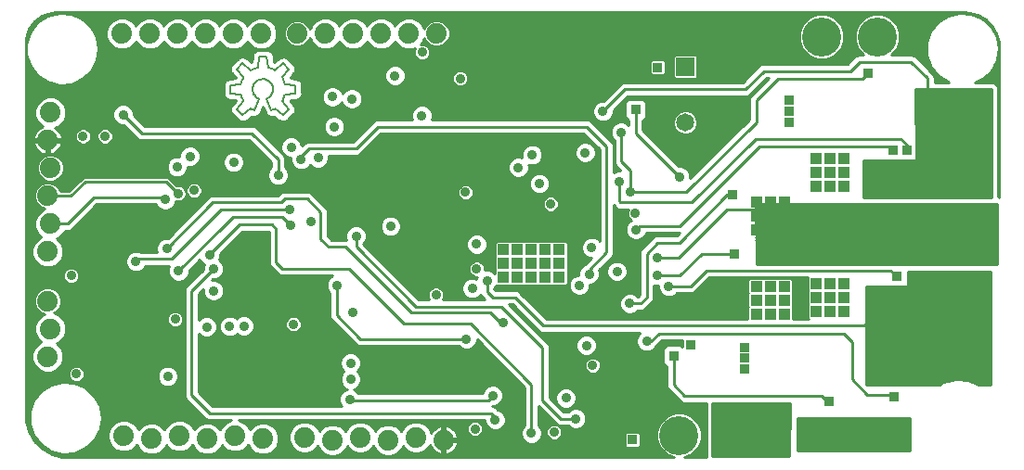
<source format=gbl>
G75*
G70*
%OFA0B0*%
%FSLAX24Y24*%
%IPPOS*%
%LPD*%
%AMOC8*
5,1,8,0,0,1.08239X$1,22.5*
%
%ADD10C,0.0740*%
%ADD11R,0.0397X0.0397*%
%ADD12C,0.1400*%
%ADD13C,0.0650*%
%ADD14R,0.0650X0.0650*%
%ADD15R,0.0800X0.0800*%
%ADD16C,0.0800*%
%ADD17C,0.0356*%
%ADD18R,0.0356X0.0356*%
%ADD19C,0.0100*%
%ADD20C,0.0120*%
%ADD21C,0.0240*%
%ADD22C,0.0079*%
D10*
X003841Y001107D03*
X004841Y001007D03*
X005841Y001107D03*
X006841Y001007D03*
X007841Y001107D03*
X008841Y001007D03*
X010337Y001057D03*
X011337Y000957D03*
X012337Y001057D03*
X013337Y000957D03*
X014337Y001057D03*
X015337Y000957D03*
X001114Y003960D03*
X001214Y004960D03*
X001114Y005960D03*
X001114Y007735D03*
X001214Y008735D03*
X001114Y009735D03*
X001214Y010735D03*
X001114Y011735D03*
X001214Y012735D03*
X003782Y015574D03*
X004782Y015574D03*
X005782Y015574D03*
X006782Y015574D03*
X007782Y015574D03*
X008782Y015574D03*
X010078Y015574D03*
X011078Y015574D03*
X012078Y015574D03*
X013078Y015574D03*
X014078Y015574D03*
X015078Y015574D03*
D11*
X026562Y009495D03*
X027062Y009495D03*
X027562Y009495D03*
X027562Y008995D03*
X027062Y008995D03*
X026562Y008995D03*
X026562Y008495D03*
X027062Y008495D03*
X027562Y008495D03*
X028708Y010074D03*
X029208Y010074D03*
X029708Y010074D03*
X029708Y010574D03*
X029208Y010574D03*
X028708Y010574D03*
X028708Y011074D03*
X029208Y011074D03*
X029708Y011074D03*
X032708Y012279D03*
X033208Y012279D03*
X033708Y012279D03*
X033708Y012779D03*
X033208Y012779D03*
X032708Y012779D03*
X032708Y013279D03*
X033208Y013279D03*
X033708Y013279D03*
X029708Y006586D03*
X029208Y006586D03*
X028708Y006586D03*
X028708Y006086D03*
X029208Y006086D03*
X029708Y006086D03*
X029708Y005586D03*
X029208Y005586D03*
X028708Y005586D03*
X027562Y005479D03*
X027062Y005479D03*
X026562Y005479D03*
X026562Y005979D03*
X027062Y005979D03*
X027562Y005979D03*
X027562Y006479D03*
X027062Y006479D03*
X026562Y006479D03*
X031042Y004381D03*
X031542Y004381D03*
X032042Y004381D03*
X032042Y003881D03*
X031542Y003881D03*
X031042Y003881D03*
X031042Y003381D03*
X031542Y003381D03*
X032042Y003381D03*
X019487Y006806D03*
X018987Y006806D03*
X018487Y006806D03*
X017987Y006806D03*
X017487Y006806D03*
X017487Y007306D03*
X017987Y007306D03*
X018487Y007306D03*
X018987Y007306D03*
X019487Y007306D03*
X019487Y007806D03*
X018987Y007806D03*
X018487Y007806D03*
X017987Y007806D03*
X017487Y007806D03*
D12*
X023786Y001125D03*
X025786Y001125D03*
X028904Y015456D03*
X030904Y015456D03*
D13*
X024017Y012372D03*
D14*
X024017Y014372D03*
D15*
X034302Y010338D03*
D16*
X034302Y008369D03*
X034302Y006401D03*
D17*
X026479Y001991D03*
X026963Y001735D03*
X027432Y001735D03*
X025302Y001991D03*
X022058Y001700D03*
X020074Y001727D03*
X019298Y001239D03*
X018487Y001204D03*
X017180Y001684D03*
X016456Y001357D03*
X017097Y002554D03*
X019727Y002471D03*
X020684Y003637D03*
X020456Y004353D03*
X022621Y004511D03*
X022015Y005865D03*
X023408Y006479D03*
X023015Y006873D03*
X022999Y007523D03*
X021554Y007015D03*
X020554Y006924D03*
X020208Y006515D03*
X020649Y007873D03*
X022239Y008519D03*
X022219Y009097D03*
X022030Y009865D03*
X021637Y010259D03*
X020412Y011282D03*
X021704Y012019D03*
X021046Y012779D03*
X018507Y011212D03*
X018011Y010755D03*
X018771Y010176D03*
X019176Y009444D03*
X016519Y007999D03*
X016519Y007109D03*
X016889Y006688D03*
X016361Y006412D03*
X015054Y006180D03*
X017463Y005184D03*
X016149Y004586D03*
X012058Y005538D03*
X011204Y004905D03*
X009936Y005117D03*
X008160Y005054D03*
X007641Y005046D03*
X006822Y005027D03*
X006881Y005656D03*
X007070Y006322D03*
X007070Y007109D03*
X006924Y007605D03*
X005810Y007034D03*
X004778Y007070D03*
X004286Y007377D03*
X003471Y007038D03*
X001960Y006865D03*
X005397Y007842D03*
X005337Y009605D03*
X005802Y009822D03*
X006373Y009928D03*
X005767Y010779D03*
X006231Y011160D03*
X004897Y011491D03*
X003172Y011873D03*
X002385Y011873D03*
X003822Y012660D03*
X007794Y010948D03*
X009389Y010479D03*
X010219Y011046D03*
X010822Y011105D03*
X009861Y011483D03*
X011400Y012227D03*
X011337Y013302D03*
X012038Y013216D03*
X013582Y014058D03*
X014558Y014901D03*
X016046Y014842D03*
X016046Y015436D03*
X017326Y014731D03*
X017786Y014944D03*
X018231Y014731D03*
X015928Y013960D03*
X014944Y013070D03*
X014550Y012621D03*
X016117Y009861D03*
X013432Y008645D03*
X012188Y008290D03*
X010562Y008822D03*
X009826Y008684D03*
X009814Y009259D03*
X011503Y006523D03*
X005692Y005298D03*
X005432Y003247D03*
X003330Y002523D03*
X002149Y003330D03*
X011956Y002420D03*
X011999Y003145D03*
X011991Y003723D03*
X023802Y010416D03*
D18*
X025696Y009771D03*
X028479Y008952D03*
X028873Y008952D03*
X029267Y008952D03*
X029660Y008952D03*
X029660Y008558D03*
X029267Y008558D03*
X029267Y008164D03*
X029660Y008164D03*
X029660Y007771D03*
X029267Y007771D03*
X028873Y007771D03*
X028479Y007771D03*
X028479Y008164D03*
X028873Y008164D03*
X028873Y008558D03*
X028479Y008558D03*
X025771Y007660D03*
X031589Y006834D03*
X031637Y006208D03*
X032030Y006208D03*
X032424Y006208D03*
X032818Y006208D03*
X032818Y005814D03*
X032424Y005814D03*
X032030Y005814D03*
X031637Y005814D03*
X031637Y005420D03*
X032030Y005420D03*
X032424Y005420D03*
X032818Y005420D03*
X031503Y002511D03*
X031676Y001361D03*
X031282Y001361D03*
X030889Y001361D03*
X030495Y001361D03*
X030101Y001361D03*
X029708Y001361D03*
X029314Y001361D03*
X029314Y000968D03*
X029708Y000968D03*
X030101Y000968D03*
X030495Y000968D03*
X030889Y000968D03*
X031282Y000968D03*
X031676Y000968D03*
X029160Y002345D03*
X026141Y003503D03*
X026141Y003897D03*
X026141Y004290D03*
X024196Y004377D03*
X023589Y003983D03*
X022109Y000968D03*
X031637Y009948D03*
X032030Y009948D03*
X032424Y009948D03*
X032818Y009948D03*
X032818Y010342D03*
X032424Y010342D03*
X032030Y010342D03*
X031637Y010342D03*
X031637Y010735D03*
X032030Y010735D03*
X032424Y010735D03*
X032818Y010735D03*
X031956Y011393D03*
X031471Y011393D03*
X027739Y012385D03*
X027739Y012779D03*
X027739Y013172D03*
X030570Y014153D03*
X023015Y014353D03*
X022227Y012838D03*
D19*
X000925Y000644D02*
X000644Y000925D01*
X000446Y001269D01*
X000343Y001652D01*
X000330Y001850D01*
X000330Y015249D01*
X000343Y015418D01*
X000343Y015418D01*
X000448Y015740D01*
X000646Y016013D01*
X000920Y016212D01*
X001241Y016316D01*
X001410Y016329D01*
X034052Y016329D01*
X034210Y016319D01*
X034517Y016237D01*
X034791Y016078D01*
X035015Y015854D01*
X035174Y015580D01*
X035256Y015273D01*
X035266Y015115D01*
X035266Y009690D01*
X035257Y009694D01*
X035257Y009694D01*
X035256Y009694D01*
X035241Y009694D01*
X035253Y013520D01*
X035253Y013521D01*
X035253Y013570D01*
X035253Y013619D01*
X035253Y013620D01*
X035234Y013665D01*
X035215Y013711D01*
X035215Y013711D01*
X035214Y013712D01*
X035180Y013747D01*
X035145Y013781D01*
X035144Y013782D01*
X035099Y013801D01*
X035053Y013820D01*
X035053Y013820D01*
X035052Y013820D01*
X035003Y013820D01*
X034954Y013820D01*
X034953Y013820D01*
X034418Y013818D01*
X034673Y013930D01*
X034673Y013930D01*
X034989Y014221D01*
X035194Y014599D01*
X035265Y015023D01*
X035194Y015446D01*
X035194Y015446D01*
X034989Y015824D01*
X034673Y016115D01*
X034280Y016288D01*
X033852Y016323D01*
X033852Y016323D01*
X033435Y016218D01*
X033076Y015983D01*
X033076Y015983D01*
X032812Y015644D01*
X032812Y015644D01*
X032672Y015237D01*
X032672Y014808D01*
X032812Y014402D01*
X032812Y014402D01*
X033076Y014063D01*
X033435Y013828D01*
X033435Y013828D01*
X033483Y013815D01*
X032954Y013814D01*
X032954Y013923D01*
X032954Y013972D01*
X032954Y014021D01*
X032953Y014022D01*
X032953Y014023D01*
X032934Y014068D01*
X032916Y014113D01*
X032915Y014114D01*
X032915Y014114D01*
X032880Y014149D01*
X032845Y014183D01*
X032844Y014184D01*
X032293Y014728D01*
X032259Y014762D01*
X032258Y014762D01*
X032257Y014763D01*
X032212Y014781D01*
X032167Y014800D01*
X032166Y014800D01*
X032165Y014801D01*
X032116Y014800D01*
X031394Y014800D01*
X031591Y014997D01*
X031714Y015295D01*
X031714Y015617D01*
X031591Y015915D01*
X031363Y016142D01*
X031066Y016266D01*
X030743Y016266D01*
X030446Y016142D01*
X030218Y015915D01*
X030094Y015617D01*
X030094Y015295D01*
X030218Y014997D01*
X030414Y014800D01*
X030260Y014800D01*
X030212Y014801D01*
X030211Y014800D01*
X030209Y014800D01*
X030164Y014782D01*
X030120Y014764D01*
X030119Y014763D01*
X030117Y014762D01*
X030083Y014728D01*
X029822Y014473D01*
X026772Y014473D01*
X026680Y014435D01*
X026061Y013816D01*
X021784Y013816D01*
X021692Y013778D01*
X021071Y013157D01*
X020971Y013157D01*
X020832Y013099D01*
X020726Y012993D01*
X020668Y012854D01*
X020668Y012703D01*
X020726Y012564D01*
X020832Y012458D01*
X020971Y012400D01*
X021121Y012400D01*
X021260Y012458D01*
X021367Y012564D01*
X021424Y012703D01*
X021424Y012803D01*
X021937Y013316D01*
X026214Y013316D01*
X026306Y013354D01*
X026376Y013424D01*
X026925Y013973D01*
X027006Y013973D01*
X026346Y013314D01*
X026308Y013222D01*
X026308Y012488D01*
X024180Y010361D01*
X024180Y010492D01*
X024123Y010631D01*
X024016Y010737D01*
X023877Y010794D01*
X023777Y010794D01*
X022477Y012095D01*
X022477Y012459D01*
X022488Y012459D01*
X022605Y012577D01*
X022605Y013099D01*
X022488Y013216D01*
X021966Y013216D01*
X021849Y013099D01*
X021849Y012577D01*
X021966Y012459D01*
X021977Y012459D01*
X021977Y012280D01*
X021918Y012339D01*
X021779Y012397D01*
X021628Y012397D01*
X021489Y012339D01*
X021383Y012233D01*
X021326Y012094D01*
X021326Y011943D01*
X021383Y011805D01*
X021454Y011734D01*
X021454Y010922D01*
X021492Y010830D01*
X021685Y010637D01*
X021561Y010637D01*
X021434Y010584D01*
X021434Y011549D01*
X021396Y011641D01*
X020668Y012369D01*
X020597Y012439D01*
X020505Y012477D01*
X014900Y012477D01*
X014928Y012546D01*
X014928Y012696D01*
X014871Y012835D01*
X014764Y012942D01*
X014625Y012999D01*
X014475Y012999D01*
X014336Y012942D01*
X014230Y012835D01*
X014172Y012696D01*
X014172Y012546D01*
X014200Y012477D01*
X012926Y012477D01*
X012834Y012439D01*
X012084Y011690D01*
X010449Y011690D01*
X010357Y011652D01*
X010239Y011534D01*
X010239Y011558D01*
X010182Y011697D01*
X010075Y011804D01*
X009936Y011861D01*
X009786Y011861D01*
X009647Y011804D01*
X009541Y011697D01*
X009483Y011558D01*
X009483Y011408D01*
X009541Y011269D01*
X009647Y011163D01*
X009786Y011105D01*
X009841Y011105D01*
X009841Y010971D01*
X009899Y010832D01*
X010005Y010726D01*
X010144Y010668D01*
X010295Y010668D01*
X010434Y010726D01*
X010540Y010832D01*
X010546Y010846D01*
X010608Y010785D01*
X010747Y010727D01*
X010897Y010727D01*
X011036Y010785D01*
X011142Y010891D01*
X011200Y011030D01*
X011200Y011181D01*
X011196Y011190D01*
X012238Y011190D01*
X012329Y011228D01*
X012400Y011298D01*
X013079Y011977D01*
X020352Y011977D01*
X020934Y011395D01*
X020934Y008122D01*
X020863Y008194D01*
X020724Y008251D01*
X020573Y008251D01*
X020434Y008194D01*
X020328Y008087D01*
X020270Y007948D01*
X020270Y007798D01*
X020328Y007659D01*
X020434Y007552D01*
X020573Y007495D01*
X020622Y007495D01*
X020394Y007267D01*
X020340Y007245D01*
X020233Y007138D01*
X020176Y006999D01*
X020176Y006893D01*
X020132Y006893D01*
X019993Y006835D01*
X019887Y006729D01*
X019829Y006590D01*
X019829Y006440D01*
X019887Y006301D01*
X019993Y006194D01*
X020132Y006137D01*
X020283Y006137D01*
X020422Y006194D01*
X020528Y006301D01*
X020586Y006440D01*
X020586Y006546D01*
X020629Y006546D01*
X020768Y006604D01*
X020875Y006710D01*
X020932Y006849D01*
X020932Y006999D01*
X020903Y007069D01*
X021326Y007492D01*
X021396Y007562D01*
X021434Y007654D01*
X021434Y009399D01*
X021499Y009334D01*
X021542Y009291D01*
X021634Y009253D01*
X021972Y009253D01*
X021931Y009155D01*
X021931Y009040D01*
X021975Y008934D01*
X022056Y008853D01*
X022057Y008853D01*
X022025Y008839D01*
X021919Y008733D01*
X021861Y008594D01*
X021861Y008443D01*
X021919Y008305D01*
X022025Y008198D01*
X022164Y008141D01*
X022314Y008141D01*
X022453Y008198D01*
X022560Y008305D01*
X022599Y008399D01*
X023793Y008399D01*
X023698Y008304D01*
X022965Y008304D01*
X022873Y008266D01*
X022479Y007872D01*
X022409Y007802D01*
X022371Y007710D01*
X022371Y006189D01*
X022298Y006116D01*
X022229Y006186D01*
X022090Y006243D01*
X021939Y006243D01*
X021800Y006186D01*
X021694Y006079D01*
X021637Y005940D01*
X021637Y005790D01*
X021694Y005651D01*
X021800Y005545D01*
X021939Y005487D01*
X022090Y005487D01*
X022229Y005545D01*
X022299Y005615D01*
X022450Y005615D01*
X022542Y005653D01*
X022763Y005874D01*
X022833Y005944D01*
X022871Y006036D01*
X022871Y006523D01*
X022939Y006495D01*
X023030Y006495D01*
X023030Y006404D01*
X023088Y006265D01*
X023194Y006159D01*
X023333Y006101D01*
X023484Y006101D01*
X023623Y006159D01*
X023693Y006229D01*
X024245Y006229D01*
X024337Y006267D01*
X024408Y006338D01*
X024866Y006796D01*
X028399Y006796D01*
X028399Y006342D01*
X028405Y006336D01*
X028399Y006330D01*
X028399Y005842D01*
X028405Y005836D01*
X028399Y005830D01*
X028399Y005342D01*
X028429Y005312D01*
X027870Y005312D01*
X027870Y005723D01*
X027864Y005729D01*
X027870Y005735D01*
X027870Y006223D01*
X027864Y006229D01*
X027870Y006235D01*
X027870Y006723D01*
X027806Y006788D01*
X027318Y006788D01*
X027312Y006782D01*
X027306Y006788D01*
X026818Y006788D01*
X026812Y006782D01*
X026806Y006788D01*
X026318Y006788D01*
X026253Y006723D01*
X026253Y006235D01*
X026259Y006229D01*
X026253Y006223D01*
X026253Y005735D01*
X026259Y005729D01*
X026253Y005723D01*
X026253Y005312D01*
X019024Y005312D01*
X018108Y006227D01*
X018038Y006298D01*
X017946Y006336D01*
X017197Y006336D01*
X017139Y006394D01*
X017139Y006403D01*
X017209Y006474D01*
X017226Y006515D01*
X017243Y006498D01*
X017731Y006498D01*
X017737Y006504D01*
X017743Y006498D01*
X018231Y006498D01*
X018237Y006504D01*
X018243Y006498D01*
X018731Y006498D01*
X018737Y006504D01*
X018743Y006498D01*
X019231Y006498D01*
X019237Y006504D01*
X019243Y006498D01*
X019731Y006498D01*
X019796Y006562D01*
X019796Y007050D01*
X019789Y007056D01*
X019796Y007062D01*
X019796Y007550D01*
X019789Y007556D01*
X019796Y007562D01*
X019796Y008050D01*
X019731Y008115D01*
X019243Y008115D01*
X019237Y008109D01*
X019231Y008115D01*
X018743Y008115D01*
X018737Y008109D01*
X018731Y008115D01*
X018243Y008115D01*
X018237Y008109D01*
X018231Y008115D01*
X017743Y008115D01*
X017737Y008109D01*
X017731Y008115D01*
X017243Y008115D01*
X017179Y008050D01*
X017179Y007562D01*
X017185Y007556D01*
X017179Y007550D01*
X017179Y007062D01*
X017185Y007056D01*
X017179Y007050D01*
X017179Y006933D01*
X017103Y007009D01*
X016964Y007066D01*
X016813Y007066D01*
X016807Y007063D01*
X016807Y007167D01*
X016763Y007272D01*
X017179Y007272D01*
X017179Y007174D02*
X016804Y007174D01*
X016807Y007075D02*
X017179Y007075D01*
X017179Y006977D02*
X017135Y006977D01*
X016889Y006688D02*
X016889Y006290D01*
X017093Y006086D01*
X017897Y006086D01*
X018920Y005062D01*
X030432Y005062D01*
X030790Y005420D01*
X031637Y005420D01*
X030513Y005401D02*
X034979Y005401D01*
X034979Y005499D02*
X030513Y005499D01*
X030513Y005598D02*
X034979Y005598D01*
X034979Y005696D02*
X030512Y005696D01*
X030512Y005795D02*
X034979Y005795D01*
X034979Y005893D02*
X030512Y005893D01*
X030512Y005992D02*
X034979Y005992D01*
X034979Y006090D02*
X030512Y006090D01*
X030511Y006189D02*
X034979Y006189D01*
X034979Y006287D02*
X030511Y006287D01*
X030511Y006386D02*
X034979Y006386D01*
X034979Y006484D02*
X031999Y006484D01*
X031999Y006479D02*
X030511Y006475D01*
X030519Y002956D01*
X033149Y002958D01*
X033277Y003042D01*
X033277Y003042D01*
X033725Y003155D01*
X033725Y003155D01*
X034186Y003117D01*
X034186Y003117D01*
X034546Y002959D01*
X034979Y002960D01*
X034979Y007007D01*
X032007Y007007D01*
X031999Y006479D01*
X032000Y006583D02*
X034979Y006583D01*
X034979Y006681D02*
X032002Y006681D01*
X032003Y006780D02*
X034979Y006780D01*
X034979Y006878D02*
X032005Y006878D01*
X032006Y006977D02*
X034979Y006977D01*
X035219Y007267D02*
X026558Y007267D01*
X026546Y009444D01*
X035208Y009444D01*
X035219Y007267D01*
X035219Y007272D02*
X026558Y007272D01*
X026557Y007371D02*
X035219Y007371D01*
X035218Y007469D02*
X026557Y007469D01*
X026556Y007568D02*
X035218Y007568D01*
X035217Y007666D02*
X026556Y007666D01*
X026555Y007765D02*
X035217Y007765D01*
X035216Y007863D02*
X026555Y007863D01*
X026554Y007962D02*
X035216Y007962D01*
X035215Y008060D02*
X026554Y008060D01*
X026553Y008159D02*
X035215Y008159D01*
X035214Y008257D02*
X026553Y008257D01*
X026552Y008356D02*
X035213Y008356D01*
X035213Y008454D02*
X026552Y008454D01*
X026551Y008553D02*
X035212Y008553D01*
X035212Y008651D02*
X026550Y008651D01*
X026550Y008750D02*
X035211Y008750D01*
X035211Y008848D02*
X026549Y008848D01*
X026549Y008947D02*
X035210Y008947D01*
X035210Y009045D02*
X026548Y009045D01*
X026548Y009144D02*
X035209Y009144D01*
X035209Y009242D02*
X026547Y009242D01*
X026547Y009341D02*
X035208Y009341D01*
X035208Y009439D02*
X026546Y009439D01*
X027345Y009235D02*
X027345Y009212D01*
X027562Y008995D01*
X027345Y009235D02*
X025499Y009235D01*
X023786Y007523D01*
X022999Y007523D01*
X022621Y007660D02*
X022621Y006086D01*
X022400Y005865D01*
X022015Y005865D01*
X021658Y005992D02*
X018344Y005992D01*
X018246Y006090D02*
X021705Y006090D01*
X021808Y006189D02*
X020408Y006189D01*
X020515Y006287D02*
X022371Y006287D01*
X022370Y006189D02*
X022222Y006189D01*
X022371Y006386D02*
X020563Y006386D01*
X020586Y006484D02*
X022371Y006484D01*
X022371Y006583D02*
X020717Y006583D01*
X020846Y006681D02*
X021371Y006681D01*
X021340Y006694D02*
X021479Y006637D01*
X021629Y006637D01*
X021768Y006694D01*
X021875Y006801D01*
X021932Y006940D01*
X021932Y007090D01*
X021875Y007229D01*
X021768Y007335D01*
X021629Y007393D01*
X021479Y007393D01*
X021340Y007335D01*
X021233Y007229D01*
X021176Y007090D01*
X021176Y006940D01*
X021233Y006801D01*
X021340Y006694D01*
X021254Y006780D02*
X020903Y006780D01*
X020932Y006878D02*
X021201Y006878D01*
X021176Y006977D02*
X020932Y006977D01*
X020909Y007075D02*
X021176Y007075D01*
X021211Y007174D02*
X021007Y007174D01*
X021106Y007272D02*
X021277Y007272D01*
X021204Y007371D02*
X021425Y007371D01*
X021303Y007469D02*
X022371Y007469D01*
X022371Y007371D02*
X021683Y007371D01*
X021831Y007272D02*
X022371Y007272D01*
X022371Y007174D02*
X021897Y007174D01*
X021932Y007075D02*
X022371Y007075D01*
X022371Y006977D02*
X021932Y006977D01*
X021907Y006878D02*
X022371Y006878D01*
X022371Y006780D02*
X021854Y006780D01*
X021737Y006681D02*
X022371Y006681D01*
X022871Y006484D02*
X023030Y006484D01*
X023038Y006386D02*
X022871Y006386D01*
X022871Y006287D02*
X023079Y006287D01*
X023164Y006189D02*
X022871Y006189D01*
X022871Y006090D02*
X026253Y006090D01*
X026253Y005992D02*
X022853Y005992D01*
X022782Y005893D02*
X026253Y005893D01*
X026253Y005795D02*
X022683Y005795D01*
X022763Y005874D02*
X022763Y005874D01*
X022585Y005696D02*
X026253Y005696D01*
X026253Y005598D02*
X022282Y005598D01*
X022119Y005499D02*
X026253Y005499D01*
X026253Y005401D02*
X018935Y005401D01*
X018837Y005499D02*
X021910Y005499D01*
X021747Y005598D02*
X018738Y005598D01*
X018640Y005696D02*
X021675Y005696D01*
X021637Y005795D02*
X018541Y005795D01*
X018443Y005893D02*
X021637Y005893D01*
X020007Y006189D02*
X018147Y006189D01*
X018049Y006287D02*
X019900Y006287D01*
X019852Y006386D02*
X017147Y006386D01*
X017213Y006484D02*
X019829Y006484D01*
X019829Y006583D02*
X019796Y006583D01*
X019796Y006681D02*
X019867Y006681D01*
X019796Y006780D02*
X019938Y006780D01*
X019796Y006878D02*
X020097Y006878D01*
X020176Y006977D02*
X019796Y006977D01*
X019796Y007075D02*
X020207Y007075D01*
X020269Y007174D02*
X019796Y007174D01*
X019796Y007272D02*
X020399Y007272D01*
X020497Y007371D02*
X019796Y007371D01*
X019796Y007469D02*
X020596Y007469D01*
X020419Y007568D02*
X019796Y007568D01*
X019796Y007666D02*
X020325Y007666D01*
X020284Y007765D02*
X019796Y007765D01*
X019796Y007863D02*
X020270Y007863D01*
X020276Y007962D02*
X019796Y007962D01*
X019785Y008060D02*
X020317Y008060D01*
X020399Y008159D02*
X016862Y008159D01*
X016839Y008213D02*
X016897Y008074D01*
X016897Y007924D01*
X016839Y007785D01*
X016733Y007678D01*
X016594Y007621D01*
X016443Y007621D01*
X016304Y007678D01*
X016198Y007785D01*
X016140Y007924D01*
X016140Y008074D01*
X016198Y008213D01*
X016304Y008320D01*
X016443Y008377D01*
X016594Y008377D01*
X016733Y008320D01*
X016839Y008213D01*
X016795Y008257D02*
X020934Y008257D01*
X020934Y008159D02*
X020898Y008159D01*
X020934Y008356D02*
X016646Y008356D01*
X016391Y008356D02*
X013678Y008356D01*
X013646Y008324D02*
X013753Y008431D01*
X013810Y008569D01*
X013810Y008720D01*
X013753Y008859D01*
X013646Y008965D01*
X013507Y009023D01*
X013357Y009023D01*
X013218Y008965D01*
X013111Y008859D01*
X013054Y008720D01*
X013054Y008569D01*
X013111Y008431D01*
X013218Y008324D01*
X013357Y008267D01*
X013507Y008267D01*
X013646Y008324D01*
X013762Y008454D02*
X020934Y008454D01*
X020934Y008553D02*
X013803Y008553D01*
X013810Y008651D02*
X020934Y008651D01*
X020934Y008750D02*
X013798Y008750D01*
X013757Y008848D02*
X020934Y008848D01*
X020934Y008947D02*
X013665Y008947D01*
X013199Y008947D02*
X011170Y008947D01*
X011170Y009045D02*
X020934Y009045D01*
X020934Y009144D02*
X011170Y009144D01*
X011170Y009198D02*
X011132Y009290D01*
X010581Y009841D01*
X010490Y009879D01*
X009579Y009879D01*
X009487Y009841D01*
X009417Y009771D01*
X009391Y009745D01*
X007000Y009745D01*
X006908Y009707D01*
X005421Y008220D01*
X005321Y008220D01*
X005182Y008162D01*
X005076Y008056D01*
X005018Y007917D01*
X005018Y007766D01*
X005040Y007714D01*
X004462Y007714D01*
X004362Y007755D01*
X004211Y007755D01*
X004072Y007698D01*
X003966Y007591D01*
X003908Y007452D01*
X003908Y007302D01*
X003966Y007163D01*
X004072Y007056D01*
X004211Y006999D01*
X004362Y006999D01*
X004500Y007056D01*
X004607Y007163D01*
X004628Y007214D01*
X005475Y007214D01*
X005432Y007110D01*
X005432Y006959D01*
X005489Y006820D01*
X005596Y006714D01*
X005735Y006656D01*
X005885Y006656D01*
X006024Y006714D01*
X006130Y006820D01*
X006188Y006959D01*
X006188Y007059D01*
X006579Y007450D01*
X006604Y007391D01*
X006710Y007285D01*
X006730Y007277D01*
X006692Y007184D01*
X006692Y007085D01*
X006141Y006534D01*
X006070Y006463D01*
X006032Y006372D01*
X006032Y002520D01*
X006070Y002428D01*
X006141Y002358D01*
X006720Y001779D01*
X006720Y001779D01*
X006790Y001708D01*
X006882Y001670D01*
X007712Y001670D01*
X007519Y001590D01*
X007358Y001430D01*
X007319Y001335D01*
X007164Y001490D01*
X006955Y001577D01*
X006728Y001577D01*
X006519Y001490D01*
X006364Y001335D01*
X006325Y001430D01*
X006164Y001590D01*
X005955Y001677D01*
X005728Y001677D01*
X005519Y001590D01*
X005358Y001430D01*
X005319Y001335D01*
X005164Y001490D01*
X004955Y001577D01*
X004728Y001577D01*
X004519Y001490D01*
X004364Y001335D01*
X004325Y001430D01*
X004164Y001590D01*
X003955Y001677D01*
X003728Y001677D01*
X003519Y001590D01*
X003358Y001430D01*
X003271Y001220D01*
X003271Y000994D01*
X003358Y000784D01*
X003519Y000624D01*
X003728Y000537D01*
X003955Y000537D01*
X004164Y000624D01*
X004319Y000778D01*
X004358Y000684D01*
X004519Y000524D01*
X004728Y000437D01*
X004955Y000437D01*
X005164Y000524D01*
X005325Y000684D01*
X005364Y000778D01*
X005519Y000624D01*
X005728Y000537D01*
X005955Y000537D01*
X006164Y000624D01*
X006319Y000778D01*
X006358Y000684D01*
X006519Y000524D01*
X006728Y000437D01*
X006955Y000437D01*
X007164Y000524D01*
X007325Y000684D01*
X007364Y000778D01*
X007519Y000624D01*
X007728Y000537D01*
X007955Y000537D01*
X008164Y000624D01*
X008319Y000778D01*
X008358Y000684D01*
X008519Y000524D01*
X008728Y000437D01*
X008955Y000437D01*
X009164Y000524D01*
X009325Y000684D01*
X009411Y000894D01*
X009411Y001120D01*
X009325Y001330D01*
X009164Y001490D01*
X008955Y001577D01*
X008728Y001577D01*
X008519Y001490D01*
X008364Y001335D01*
X008325Y001430D01*
X008164Y001590D01*
X007971Y001670D01*
X016802Y001670D01*
X016802Y001609D01*
X016859Y001470D01*
X016966Y001364D01*
X017105Y001306D01*
X017255Y001306D01*
X017394Y001364D01*
X017501Y001470D01*
X017558Y001609D01*
X017558Y001759D01*
X017501Y001898D01*
X017394Y002005D01*
X017260Y002060D01*
X017188Y002132D01*
X017096Y002170D01*
X017061Y002170D01*
X017063Y002171D01*
X017064Y002172D01*
X017066Y002173D01*
X017069Y002176D01*
X017173Y002176D01*
X017312Y002234D01*
X017418Y002340D01*
X017475Y002479D01*
X017475Y002629D01*
X017418Y002768D01*
X017312Y002875D01*
X017173Y002932D01*
X017022Y002932D01*
X016883Y002875D01*
X016777Y002768D01*
X016721Y002635D01*
X012276Y002635D01*
X012170Y002741D01*
X012091Y002774D01*
X012213Y002824D01*
X012319Y002931D01*
X012377Y003069D01*
X012377Y003220D01*
X012319Y003359D01*
X012240Y003438D01*
X012312Y003509D01*
X012369Y003648D01*
X012369Y003799D01*
X012312Y003938D01*
X012205Y004044D01*
X012066Y004102D01*
X011916Y004102D01*
X011777Y004044D01*
X011670Y003938D01*
X011613Y003799D01*
X011613Y003648D01*
X011670Y003509D01*
X011750Y003430D01*
X011678Y003359D01*
X011621Y003220D01*
X011621Y003069D01*
X011678Y002931D01*
X011785Y002824D01*
X011864Y002791D01*
X011741Y002741D01*
X011635Y002634D01*
X011577Y002495D01*
X011577Y002345D01*
X011635Y002206D01*
X011671Y002170D01*
X007036Y002170D01*
X006532Y002673D01*
X006532Y004781D01*
X006608Y004706D01*
X006747Y004648D01*
X006897Y004648D01*
X007036Y004706D01*
X007142Y004812D01*
X007200Y004951D01*
X007200Y005102D01*
X007142Y005241D01*
X007036Y005347D01*
X006897Y005405D01*
X006747Y005405D01*
X006608Y005347D01*
X006532Y005272D01*
X006532Y006218D01*
X006692Y006378D01*
X006692Y006247D01*
X006749Y006108D01*
X006856Y006001D01*
X006995Y005944D01*
X007145Y005944D01*
X007284Y006001D01*
X007390Y006108D01*
X007448Y006247D01*
X007448Y006397D01*
X007390Y006536D01*
X007284Y006642D01*
X007145Y006700D01*
X007014Y006700D01*
X007045Y006731D01*
X007145Y006731D01*
X007284Y006789D01*
X007390Y006895D01*
X007448Y007034D01*
X007448Y007184D01*
X007390Y007323D01*
X007284Y007430D01*
X007264Y007438D01*
X007302Y007530D01*
X007302Y007634D01*
X008114Y008446D01*
X009061Y008446D01*
X009064Y008443D01*
X009064Y007300D01*
X009102Y007208D01*
X009172Y007137D01*
X009408Y006901D01*
X009500Y006863D01*
X011337Y006863D01*
X011289Y006843D01*
X011182Y006737D01*
X011125Y006598D01*
X011125Y006447D01*
X011182Y006308D01*
X011253Y006238D01*
X011253Y005382D01*
X011291Y005290D01*
X011361Y005220D01*
X012208Y004374D01*
X012300Y004336D01*
X015864Y004336D01*
X015934Y004265D01*
X016073Y004208D01*
X016224Y004208D01*
X016363Y004265D01*
X016469Y004371D01*
X016527Y004510D01*
X016527Y004567D01*
X018237Y002856D01*
X018237Y001488D01*
X018167Y001418D01*
X018109Y001279D01*
X018109Y001129D01*
X018167Y000990D01*
X018273Y000883D01*
X018412Y000826D01*
X018562Y000826D01*
X018701Y000883D01*
X018808Y000990D01*
X018865Y001129D01*
X018865Y001279D01*
X018808Y001418D01*
X018737Y001488D01*
X018737Y002175D01*
X019326Y001586D01*
X019397Y001515D01*
X019489Y001477D01*
X019789Y001477D01*
X019860Y001407D01*
X019998Y001349D01*
X020149Y001349D01*
X020288Y001407D01*
X020394Y001513D01*
X020452Y001652D01*
X020452Y001803D01*
X020394Y001942D01*
X020288Y002048D01*
X020149Y002105D01*
X019998Y002105D01*
X019860Y002048D01*
X019789Y001977D01*
X019642Y001977D01*
X019131Y002488D01*
X019131Y004324D01*
X019093Y004416D01*
X019022Y004487D01*
X017673Y005836D01*
X017793Y005836D01*
X018779Y004850D01*
X018870Y004812D01*
X022387Y004812D01*
X022300Y004725D01*
X022243Y004586D01*
X022243Y004436D01*
X022300Y004297D01*
X022407Y004190D01*
X022546Y004133D01*
X022696Y004133D01*
X022835Y004190D01*
X022941Y004297D01*
X022955Y004330D01*
X023165Y004540D01*
X023908Y004540D01*
X023908Y004304D01*
X023850Y004361D01*
X023328Y004361D01*
X023211Y004244D01*
X023211Y003722D01*
X023328Y003605D01*
X023339Y003605D01*
X023339Y002886D01*
X023378Y002794D01*
X023842Y002330D01*
X023933Y002292D01*
X024783Y002292D01*
X024783Y002262D01*
X024787Y000389D01*
X024787Y000330D01*
X023984Y000330D01*
X024245Y000438D01*
X024473Y000666D01*
X024596Y000964D01*
X024596Y001286D01*
X024473Y001584D01*
X024245Y001812D01*
X023947Y001935D01*
X023625Y001935D01*
X023327Y001812D01*
X023100Y001584D01*
X022976Y001286D01*
X022976Y000964D01*
X023100Y000666D01*
X023327Y000438D01*
X023589Y000330D01*
X001850Y000330D01*
X001652Y000343D01*
X001269Y000446D01*
X000925Y000644D01*
X000896Y000673D02*
X001058Y000673D01*
X001046Y000574D02*
X001209Y000574D01*
X001231Y000560D02*
X001647Y000454D01*
X002075Y000490D01*
X002469Y000662D01*
X002785Y000953D01*
X002989Y001331D01*
X002989Y001331D01*
X003060Y001755D01*
X002989Y002179D01*
X002785Y002556D01*
X002785Y002556D01*
X002469Y002847D01*
X002469Y002847D01*
X002075Y003020D01*
X001647Y003055D01*
X001231Y002950D01*
X001231Y002950D01*
X000871Y002715D01*
X000871Y002715D01*
X000607Y002376D01*
X000468Y001970D01*
X000468Y001540D01*
X000607Y001134D01*
X000607Y001134D01*
X000871Y000795D01*
X001231Y000560D01*
X001217Y000476D02*
X001563Y000476D01*
X001525Y000377D02*
X023475Y000377D01*
X023290Y000476D02*
X015538Y000476D01*
X015537Y000475D02*
X015610Y000512D01*
X015676Y000560D01*
X015734Y000618D01*
X015782Y000684D01*
X015819Y000757D01*
X015845Y000835D01*
X015856Y000907D01*
X015387Y000907D01*
X015387Y000438D01*
X015459Y000450D01*
X015537Y000475D01*
X015387Y000476D02*
X015287Y000476D01*
X015287Y000438D02*
X015287Y000907D01*
X015387Y000907D01*
X015387Y001007D01*
X015287Y001007D01*
X015287Y001475D01*
X015216Y001464D01*
X015138Y001439D01*
X015065Y001402D01*
X014999Y001354D01*
X014941Y001296D01*
X014893Y001229D01*
X014887Y001219D01*
X014821Y001380D01*
X014660Y001540D01*
X014451Y001627D01*
X014224Y001627D01*
X014015Y001540D01*
X013854Y001380D01*
X013815Y001285D01*
X013660Y001440D01*
X013451Y001527D01*
X013224Y001527D01*
X013015Y001440D01*
X012860Y001285D01*
X012821Y001380D01*
X012660Y001540D01*
X012451Y001627D01*
X012224Y001627D01*
X012015Y001540D01*
X011854Y001380D01*
X011815Y001285D01*
X011660Y001440D01*
X011451Y001527D01*
X011224Y001527D01*
X011015Y001440D01*
X010860Y001285D01*
X010821Y001380D01*
X010660Y001540D01*
X010451Y001627D01*
X010224Y001627D01*
X010015Y001540D01*
X009854Y001380D01*
X009767Y001170D01*
X009767Y000944D01*
X009854Y000734D01*
X010015Y000574D01*
X010224Y000487D01*
X010451Y000487D01*
X010660Y000574D01*
X010815Y000728D01*
X010854Y000634D01*
X011015Y000474D01*
X011224Y000387D01*
X011451Y000387D01*
X011660Y000474D01*
X011821Y000634D01*
X011860Y000728D01*
X012015Y000574D01*
X012224Y000487D01*
X012451Y000487D01*
X012660Y000574D01*
X012815Y000728D01*
X012854Y000634D01*
X013015Y000474D01*
X013224Y000387D01*
X013451Y000387D01*
X013660Y000474D01*
X013821Y000634D01*
X013860Y000728D01*
X014015Y000574D01*
X014224Y000487D01*
X014451Y000487D01*
X014660Y000574D01*
X014821Y000734D01*
X014844Y000791D01*
X014856Y000757D01*
X014893Y000684D01*
X014941Y000618D01*
X014999Y000560D01*
X015065Y000512D01*
X015138Y000475D01*
X015216Y000450D01*
X015287Y000438D01*
X015287Y000574D02*
X015387Y000574D01*
X015387Y000673D02*
X015287Y000673D01*
X015287Y000771D02*
X015387Y000771D01*
X015387Y000870D02*
X015287Y000870D01*
X015387Y000968D02*
X018188Y000968D01*
X018135Y001067D02*
X015847Y001067D01*
X015845Y001079D02*
X015819Y001156D01*
X015782Y001229D01*
X015734Y001296D01*
X015676Y001354D01*
X015610Y001402D01*
X015537Y001439D01*
X015459Y001464D01*
X015387Y001475D01*
X015387Y001007D01*
X015856Y001007D01*
X015845Y001079D01*
X015815Y001165D02*
X016240Y001165D01*
X016211Y001194D02*
X016292Y001113D01*
X016398Y001069D01*
X016513Y001069D01*
X016619Y001113D01*
X016700Y001194D01*
X016744Y001300D01*
X016744Y001415D01*
X016700Y001520D01*
X016619Y001602D01*
X016513Y001645D01*
X016398Y001645D01*
X016292Y001602D01*
X016211Y001520D01*
X016167Y001415D01*
X016167Y001300D01*
X016211Y001194D01*
X016183Y001264D02*
X015757Y001264D01*
X015664Y001362D02*
X016167Y001362D01*
X016187Y001461D02*
X015470Y001461D01*
X015387Y001461D02*
X015287Y001461D01*
X015205Y001461D02*
X014740Y001461D01*
X014828Y001362D02*
X015011Y001362D01*
X014918Y001264D02*
X014869Y001264D01*
X015287Y001264D02*
X015387Y001264D01*
X015387Y001362D02*
X015287Y001362D01*
X015287Y001165D02*
X015387Y001165D01*
X015387Y001067D02*
X015287Y001067D01*
X015850Y000870D02*
X018306Y000870D01*
X018109Y001165D02*
X016671Y001165D01*
X016729Y001264D02*
X018109Y001264D01*
X018143Y001362D02*
X017391Y001362D01*
X017491Y001461D02*
X018209Y001461D01*
X018237Y001559D02*
X017538Y001559D01*
X017558Y001658D02*
X018237Y001658D01*
X018237Y001756D02*
X017558Y001756D01*
X017519Y001855D02*
X018237Y001855D01*
X018237Y001953D02*
X017446Y001953D01*
X017281Y002052D02*
X018237Y002052D01*
X018237Y002150D02*
X017145Y002150D01*
X017327Y002249D02*
X018237Y002249D01*
X018237Y002347D02*
X017421Y002347D01*
X017462Y002446D02*
X018237Y002446D01*
X018237Y002544D02*
X017475Y002544D01*
X017470Y002643D02*
X018237Y002643D01*
X018237Y002741D02*
X017429Y002741D01*
X017347Y002840D02*
X018237Y002840D01*
X018155Y002938D02*
X012323Y002938D01*
X012363Y003037D02*
X018057Y003037D01*
X017958Y003135D02*
X012377Y003135D01*
X012371Y003234D02*
X017860Y003234D01*
X017761Y003332D02*
X012331Y003332D01*
X012248Y003431D02*
X017663Y003431D01*
X017564Y003529D02*
X012320Y003529D01*
X012361Y003628D02*
X017466Y003628D01*
X017367Y003726D02*
X012369Y003726D01*
X012358Y003825D02*
X017269Y003825D01*
X017170Y003923D02*
X012318Y003923D01*
X012228Y004022D02*
X017072Y004022D01*
X016973Y004120D02*
X006532Y004120D01*
X006532Y004022D02*
X011754Y004022D01*
X011664Y003923D02*
X006532Y003923D01*
X006532Y003825D02*
X011624Y003825D01*
X011613Y003726D02*
X006532Y003726D01*
X006532Y003628D02*
X011621Y003628D01*
X011662Y003529D02*
X006532Y003529D01*
X006532Y003431D02*
X011749Y003431D01*
X011667Y003332D02*
X006532Y003332D01*
X006532Y003234D02*
X011626Y003234D01*
X011621Y003135D02*
X006532Y003135D01*
X006532Y003037D02*
X011634Y003037D01*
X011675Y002938D02*
X006532Y002938D01*
X006532Y002840D02*
X011769Y002840D01*
X011742Y002741D02*
X006532Y002741D01*
X006563Y002643D02*
X011643Y002643D01*
X011598Y002544D02*
X006662Y002544D01*
X006760Y002446D02*
X011577Y002446D01*
X011577Y002347D02*
X006859Y002347D01*
X006957Y002249D02*
X011617Y002249D01*
X011956Y002420D02*
X011991Y002385D01*
X016924Y002385D01*
X017097Y002554D01*
X016766Y002741D02*
X012169Y002741D01*
X012229Y002840D02*
X016848Y002840D01*
X016725Y002643D02*
X012268Y002643D01*
X012060Y001559D02*
X010614Y001559D01*
X010740Y001461D02*
X011064Y001461D01*
X010937Y001362D02*
X010828Y001362D01*
X010060Y001559D02*
X008998Y001559D01*
X009194Y001461D02*
X009935Y001461D01*
X009847Y001362D02*
X009292Y001362D01*
X009352Y001264D02*
X009806Y001264D01*
X009767Y001165D02*
X009393Y001165D01*
X009411Y001067D02*
X009767Y001067D01*
X009767Y000968D02*
X009411Y000968D01*
X009402Y000870D02*
X009798Y000870D01*
X009839Y000771D02*
X009361Y000771D01*
X009313Y000673D02*
X009916Y000673D01*
X010014Y000574D02*
X009215Y000574D01*
X009048Y000476D02*
X011013Y000476D01*
X010914Y000574D02*
X010661Y000574D01*
X010759Y000673D02*
X010838Y000673D01*
X011662Y000476D02*
X013013Y000476D01*
X012914Y000574D02*
X012661Y000574D01*
X012759Y000673D02*
X012838Y000673D01*
X012014Y000574D02*
X011761Y000574D01*
X011837Y000673D02*
X011916Y000673D01*
X011847Y001362D02*
X011738Y001362D01*
X011611Y001461D02*
X011935Y001461D01*
X012614Y001559D02*
X014060Y001559D01*
X013935Y001461D02*
X013611Y001461D01*
X013738Y001362D02*
X013847Y001362D01*
X013064Y001461D02*
X012740Y001461D01*
X012828Y001362D02*
X012937Y001362D01*
X013837Y000673D02*
X013916Y000673D01*
X014014Y000574D02*
X013761Y000574D01*
X013662Y000476D02*
X015137Y000476D01*
X014985Y000574D02*
X014661Y000574D01*
X014759Y000673D02*
X014901Y000673D01*
X014851Y000771D02*
X014836Y000771D01*
X015690Y000574D02*
X023192Y000574D01*
X023097Y000673D02*
X015774Y000673D01*
X015824Y000771D02*
X021821Y000771D01*
X021821Y000744D02*
X021885Y000679D01*
X022333Y000679D01*
X022397Y000744D01*
X022397Y001191D01*
X022333Y001256D01*
X021885Y001256D01*
X021821Y001191D01*
X021821Y000744D01*
X021821Y000870D02*
X018668Y000870D01*
X018786Y000968D02*
X019200Y000968D01*
X019241Y000951D02*
X019355Y000951D01*
X019461Y000995D01*
X019542Y001076D01*
X019586Y001182D01*
X019586Y001296D01*
X019542Y001402D01*
X019461Y001483D01*
X019355Y001527D01*
X019241Y001527D01*
X019135Y001483D01*
X019054Y001402D01*
X019010Y001296D01*
X019010Y001182D01*
X019054Y001076D01*
X019135Y000995D01*
X019241Y000951D01*
X019397Y000968D02*
X021821Y000968D01*
X021821Y001067D02*
X019533Y001067D01*
X019579Y001165D02*
X021821Y001165D01*
X022397Y001165D02*
X022976Y001165D01*
X022976Y001067D02*
X022397Y001067D01*
X022397Y000968D02*
X022976Y000968D01*
X023015Y000870D02*
X022397Y000870D01*
X022397Y000771D02*
X023056Y000771D01*
X022976Y001264D02*
X019586Y001264D01*
X019559Y001362D02*
X019967Y001362D01*
X019806Y001461D02*
X019484Y001461D01*
X019353Y001559D02*
X018737Y001559D01*
X018737Y001658D02*
X019254Y001658D01*
X019326Y001586D02*
X019326Y001586D01*
X019156Y001756D02*
X018737Y001756D01*
X018737Y001855D02*
X019057Y001855D01*
X018959Y001953D02*
X018737Y001953D01*
X018737Y002052D02*
X018860Y002052D01*
X018762Y002150D02*
X018737Y002150D01*
X018881Y002385D02*
X019538Y001727D01*
X020074Y001727D01*
X020430Y001855D02*
X023431Y001855D01*
X023272Y001756D02*
X020452Y001756D01*
X020452Y001658D02*
X023173Y001658D01*
X023089Y001559D02*
X020413Y001559D01*
X020342Y001461D02*
X023049Y001461D01*
X023008Y001362D02*
X020180Y001362D01*
X020383Y001953D02*
X024784Y001953D01*
X024784Y001855D02*
X024141Y001855D01*
X024301Y001756D02*
X024784Y001756D01*
X024785Y001658D02*
X024399Y001658D01*
X024483Y001559D02*
X024785Y001559D01*
X024785Y001461D02*
X024524Y001461D01*
X024565Y001362D02*
X024785Y001362D01*
X024785Y001264D02*
X024596Y001264D01*
X024596Y001165D02*
X024786Y001165D01*
X024786Y001067D02*
X024596Y001067D01*
X024596Y000968D02*
X024786Y000968D01*
X024786Y000870D02*
X024557Y000870D01*
X024516Y000771D02*
X024786Y000771D01*
X024787Y000673D02*
X024476Y000673D01*
X024381Y000574D02*
X024787Y000574D01*
X024787Y000476D02*
X024282Y000476D01*
X024097Y000377D02*
X024787Y000377D01*
X024987Y000389D02*
X024983Y002292D01*
X027758Y002292D01*
X027743Y000389D01*
X024987Y000389D01*
X024987Y000476D02*
X027744Y000476D01*
X027744Y000574D02*
X024987Y000574D01*
X024987Y000673D02*
X027745Y000673D01*
X027746Y000771D02*
X024986Y000771D01*
X024986Y000870D02*
X027747Y000870D01*
X027748Y000968D02*
X024986Y000968D01*
X024986Y001067D02*
X027748Y001067D01*
X027749Y001165D02*
X024986Y001165D01*
X024985Y001264D02*
X027750Y001264D01*
X027751Y001362D02*
X024985Y001362D01*
X024985Y001461D02*
X027752Y001461D01*
X027752Y001559D02*
X024985Y001559D01*
X024985Y001658D02*
X027753Y001658D01*
X027754Y001756D02*
X024984Y001756D01*
X024984Y001855D02*
X027755Y001855D01*
X027756Y001953D02*
X024984Y001953D01*
X024984Y002052D02*
X027756Y002052D01*
X027757Y002150D02*
X024984Y002150D01*
X024983Y002249D02*
X027758Y002249D01*
X028023Y001755D02*
X032070Y001755D01*
X032070Y000574D01*
X028023Y000574D01*
X028023Y001755D01*
X028023Y001658D02*
X032070Y001658D01*
X032070Y001559D02*
X028023Y001559D01*
X028023Y001461D02*
X032070Y001461D01*
X032070Y001362D02*
X028023Y001362D01*
X028023Y001264D02*
X032070Y001264D01*
X032070Y001165D02*
X028023Y001165D01*
X028023Y001067D02*
X032070Y001067D01*
X032070Y000968D02*
X028023Y000968D01*
X028023Y000870D02*
X032070Y000870D01*
X032070Y000771D02*
X028023Y000771D01*
X028023Y000673D02*
X032070Y000673D01*
X032070Y000574D02*
X028023Y000574D01*
X024784Y002052D02*
X020279Y002052D01*
X020048Y002257D02*
X020105Y002396D01*
X020105Y002547D01*
X020048Y002686D01*
X019941Y002792D01*
X019802Y002850D01*
X019652Y002850D01*
X019513Y002792D01*
X019407Y002686D01*
X019349Y002547D01*
X019349Y002396D01*
X019407Y002257D01*
X019513Y002151D01*
X019652Y002093D01*
X019802Y002093D01*
X019941Y002151D01*
X020048Y002257D01*
X020039Y002249D02*
X024783Y002249D01*
X024783Y002262D02*
X024783Y002262D01*
X024784Y002150D02*
X019940Y002150D01*
X019868Y002052D02*
X019568Y002052D01*
X019515Y002150D02*
X019469Y002150D01*
X019415Y002249D02*
X019371Y002249D01*
X019369Y002347D02*
X019272Y002347D01*
X019349Y002446D02*
X019174Y002446D01*
X019131Y002544D02*
X019349Y002544D01*
X019389Y002643D02*
X019131Y002643D01*
X019131Y002741D02*
X019462Y002741D01*
X019628Y002840D02*
X019131Y002840D01*
X019131Y002938D02*
X023339Y002938D01*
X023339Y003037D02*
X019131Y003037D01*
X019131Y003135D02*
X023339Y003135D01*
X023339Y003234D02*
X019131Y003234D01*
X019131Y003332D02*
X023339Y003332D01*
X023339Y003431D02*
X020885Y003431D01*
X020847Y003393D02*
X020928Y003474D01*
X020972Y003580D01*
X020972Y003694D01*
X020928Y003800D01*
X020847Y003881D01*
X020741Y003925D01*
X020627Y003925D01*
X020521Y003881D01*
X020440Y003800D01*
X020396Y003694D01*
X020396Y003580D01*
X020440Y003474D01*
X020521Y003393D01*
X020627Y003349D01*
X020741Y003349D01*
X020847Y003393D01*
X020951Y003529D02*
X023339Y003529D01*
X023306Y003628D02*
X020972Y003628D01*
X020959Y003726D02*
X023211Y003726D01*
X023211Y003825D02*
X020904Y003825D01*
X020746Y003923D02*
X023211Y003923D01*
X023211Y004022D02*
X020643Y004022D01*
X020670Y004033D02*
X020776Y004139D01*
X020834Y004278D01*
X020834Y004429D01*
X020776Y004568D01*
X020670Y004674D01*
X020531Y004731D01*
X020380Y004731D01*
X020241Y004674D01*
X020135Y004568D01*
X020077Y004429D01*
X020077Y004278D01*
X020135Y004139D01*
X020241Y004033D01*
X020380Y003975D01*
X020531Y003975D01*
X020670Y004033D01*
X020622Y003923D02*
X019131Y003923D01*
X019131Y003825D02*
X020464Y003825D01*
X020409Y003726D02*
X019131Y003726D01*
X019131Y003628D02*
X020396Y003628D01*
X020417Y003529D02*
X019131Y003529D01*
X019131Y003431D02*
X020483Y003431D01*
X019826Y002840D02*
X023359Y002840D01*
X023431Y002741D02*
X019992Y002741D01*
X020066Y002643D02*
X023529Y002643D01*
X023628Y002544D02*
X020105Y002544D01*
X020105Y002446D02*
X023726Y002446D01*
X023825Y002347D02*
X020085Y002347D01*
X018881Y002385D02*
X018881Y004275D01*
X017397Y005759D01*
X014326Y005759D01*
X012188Y007897D01*
X012188Y008290D01*
X011838Y008147D02*
X011319Y008147D01*
X011170Y008295D01*
X011170Y009198D01*
X011152Y009242D02*
X018970Y009242D01*
X018932Y009281D02*
X019013Y009200D01*
X019119Y009156D01*
X019233Y009156D01*
X019339Y009200D01*
X019420Y009281D01*
X019464Y009387D01*
X019464Y009501D01*
X019420Y009607D01*
X019339Y009688D01*
X019233Y009732D01*
X019119Y009732D01*
X019013Y009688D01*
X018932Y009607D01*
X018888Y009501D01*
X018888Y009387D01*
X018932Y009281D01*
X018907Y009341D02*
X011082Y009341D01*
X010983Y009439D02*
X018888Y009439D01*
X018903Y009538D02*
X010885Y009538D01*
X010786Y009636D02*
X015935Y009636D01*
X015954Y009617D02*
X016060Y009573D01*
X016174Y009573D01*
X016280Y009617D01*
X016361Y009698D01*
X016405Y009804D01*
X016405Y009919D01*
X016361Y010024D01*
X016280Y010105D01*
X016174Y010149D01*
X016060Y010149D01*
X015954Y010105D01*
X015873Y010024D01*
X015829Y009919D01*
X015829Y009804D01*
X015873Y009698D01*
X015954Y009617D01*
X015858Y009735D02*
X010688Y009735D01*
X010589Y009833D02*
X015829Y009833D01*
X015834Y009932D02*
X006661Y009932D01*
X006661Y009985D02*
X006617Y010091D01*
X006536Y010172D01*
X006430Y010216D01*
X006316Y010216D01*
X006210Y010172D01*
X006129Y010091D01*
X006085Y009985D01*
X006085Y009892D01*
X006046Y009985D01*
X005965Y010066D01*
X005859Y010110D01*
X005745Y010110D01*
X005742Y010109D01*
X005431Y010419D01*
X002409Y010419D01*
X002315Y010325D01*
X001885Y009895D01*
X001568Y009895D01*
X001521Y010007D01*
X001386Y010142D01*
X001210Y010215D01*
X001019Y010215D01*
X000842Y010142D01*
X000707Y010007D01*
X000634Y009831D01*
X000634Y009640D01*
X000707Y009463D01*
X000842Y009328D01*
X000999Y009263D01*
X000891Y009218D01*
X000731Y009058D01*
X000644Y008849D01*
X000644Y008622D01*
X000731Y008412D01*
X000886Y008258D01*
X000791Y008218D01*
X000631Y008058D01*
X000544Y007849D01*
X000544Y007622D01*
X000631Y007412D01*
X000791Y007252D01*
X001001Y007165D01*
X001228Y007165D01*
X001437Y007252D01*
X001597Y007412D01*
X001684Y007622D01*
X001684Y007849D01*
X001597Y008058D01*
X001443Y008213D01*
X001537Y008252D01*
X001697Y008412D01*
X001728Y008485D01*
X001871Y008485D01*
X001963Y008523D01*
X002870Y009430D01*
X005001Y009430D01*
X005017Y009391D01*
X005123Y009285D01*
X005262Y009227D01*
X005413Y009227D01*
X005552Y009285D01*
X005658Y009391D01*
X005716Y009530D01*
X005716Y009546D01*
X005745Y009534D01*
X005859Y009534D01*
X005965Y009578D01*
X006046Y009659D01*
X006090Y009765D01*
X006090Y009858D01*
X006129Y009765D01*
X006210Y009684D01*
X006316Y009640D01*
X006430Y009640D01*
X006536Y009684D01*
X006617Y009765D01*
X006661Y009871D01*
X006661Y009985D01*
X006643Y010030D02*
X015878Y010030D01*
X016010Y010129D02*
X009530Y010129D01*
X009464Y010101D02*
X009603Y010159D01*
X009709Y010265D01*
X009767Y010404D01*
X009767Y010555D01*
X009709Y010694D01*
X009639Y010764D01*
X009639Y011100D01*
X009601Y011192D01*
X009530Y011262D01*
X008589Y012203D01*
X008497Y012241D01*
X004595Y012241D01*
X004200Y012636D01*
X004200Y012736D01*
X004142Y012875D01*
X004036Y012981D01*
X003897Y013039D01*
X003747Y013039D01*
X003608Y012981D01*
X003501Y012875D01*
X003444Y012736D01*
X003444Y012585D01*
X003501Y012446D01*
X003608Y012340D01*
X003747Y012282D01*
X003846Y012282D01*
X004279Y011850D01*
X004349Y011779D01*
X004441Y011741D01*
X008344Y011741D01*
X009139Y010947D01*
X009139Y010764D01*
X009068Y010694D01*
X009011Y010555D01*
X009011Y010404D01*
X009068Y010265D01*
X009174Y010159D01*
X009313Y010101D01*
X009464Y010101D01*
X009247Y010129D02*
X006580Y010129D01*
X006645Y009833D02*
X009479Y009833D01*
X009629Y009629D02*
X010440Y009629D01*
X010920Y009149D01*
X010920Y008192D01*
X011215Y007897D01*
X011794Y007897D01*
X014156Y005534D01*
X017007Y005534D01*
X017357Y005184D01*
X017463Y005184D01*
X017911Y005598D02*
X018031Y005598D01*
X018010Y005499D02*
X018129Y005499D01*
X018108Y005401D02*
X018228Y005401D01*
X018207Y005302D02*
X018326Y005302D01*
X018305Y005204D02*
X018425Y005204D01*
X018404Y005105D02*
X018523Y005105D01*
X018502Y005007D02*
X018622Y005007D01*
X018601Y004908D02*
X018720Y004908D01*
X018699Y004810D02*
X022385Y004810D01*
X022295Y004711D02*
X020580Y004711D01*
X020731Y004613D02*
X022254Y004613D01*
X022243Y004514D02*
X020798Y004514D01*
X020834Y004416D02*
X022251Y004416D01*
X022292Y004317D02*
X020834Y004317D01*
X020809Y004219D02*
X022378Y004219D01*
X022621Y004511D02*
X022782Y004511D01*
X023062Y004790D01*
X029696Y004790D01*
X029999Y004487D01*
X029999Y003131D01*
X030541Y002589D01*
X031425Y002589D01*
X031503Y002511D01*
X030518Y003037D02*
X033269Y003037D01*
X033646Y003135D02*
X030518Y003135D01*
X030518Y003234D02*
X034979Y003234D01*
X034979Y003332D02*
X030518Y003332D01*
X030518Y003431D02*
X034979Y003431D01*
X034979Y003529D02*
X030517Y003529D01*
X030517Y003628D02*
X034979Y003628D01*
X034979Y003726D02*
X030517Y003726D01*
X030517Y003825D02*
X034979Y003825D01*
X034979Y003923D02*
X030516Y003923D01*
X030516Y004022D02*
X034979Y004022D01*
X034979Y004120D02*
X030516Y004120D01*
X030516Y004219D02*
X034979Y004219D01*
X034979Y004317D02*
X030516Y004317D01*
X030515Y004416D02*
X034979Y004416D01*
X034979Y004514D02*
X030515Y004514D01*
X030515Y004613D02*
X034979Y004613D01*
X034979Y004711D02*
X030515Y004711D01*
X030514Y004810D02*
X034979Y004810D01*
X034979Y004908D02*
X030514Y004908D01*
X030514Y005007D02*
X034979Y005007D01*
X034979Y005105D02*
X030514Y005105D01*
X030514Y005204D02*
X034979Y005204D01*
X034979Y005302D02*
X030513Y005302D01*
X028399Y005401D02*
X027870Y005401D01*
X027870Y005499D02*
X028399Y005499D01*
X028399Y005598D02*
X027870Y005598D01*
X027870Y005696D02*
X028399Y005696D01*
X028399Y005795D02*
X027870Y005795D01*
X027870Y005893D02*
X028399Y005893D01*
X028399Y005992D02*
X027870Y005992D01*
X027870Y006090D02*
X028399Y006090D01*
X028399Y006189D02*
X027870Y006189D01*
X027870Y006287D02*
X028399Y006287D01*
X028399Y006386D02*
X027870Y006386D01*
X027870Y006484D02*
X028399Y006484D01*
X028399Y006583D02*
X027870Y006583D01*
X027870Y006681D02*
X028399Y006681D01*
X028399Y006780D02*
X027814Y006780D01*
X026310Y006780D02*
X024850Y006780D01*
X024751Y006681D02*
X026253Y006681D01*
X026253Y006583D02*
X024653Y006583D01*
X024554Y006484D02*
X026253Y006484D01*
X026253Y006386D02*
X024456Y006386D01*
X024357Y006287D02*
X026253Y006287D01*
X026253Y006189D02*
X023652Y006189D01*
X023408Y006479D02*
X024196Y006479D01*
X024763Y007046D01*
X031377Y007046D01*
X031589Y006834D01*
X025771Y007660D02*
X024589Y007660D01*
X023802Y006873D01*
X023015Y006873D01*
X022621Y007660D02*
X023015Y008054D01*
X023802Y008054D01*
X025519Y009771D01*
X025696Y009771D01*
X024243Y009503D02*
X026530Y011790D01*
X031735Y011790D01*
X031956Y011570D01*
X031956Y011393D01*
X032290Y011409D02*
X034996Y011409D01*
X034996Y011311D02*
X032290Y011311D01*
X032290Y011212D02*
X034996Y011212D01*
X034995Y011114D02*
X032290Y011114D01*
X032290Y011015D02*
X034995Y011015D01*
X034995Y010917D02*
X030412Y010917D01*
X030412Y011011D02*
X032290Y011011D01*
X032286Y013562D01*
X035003Y013570D01*
X034991Y009672D01*
X030412Y009676D01*
X030412Y011011D01*
X030412Y010818D02*
X034994Y010818D01*
X034994Y010720D02*
X030412Y010720D01*
X030412Y010621D02*
X034994Y010621D01*
X034994Y010523D02*
X030412Y010523D01*
X030412Y010424D02*
X034993Y010424D01*
X034993Y010326D02*
X030412Y010326D01*
X030412Y010227D02*
X034993Y010227D01*
X034992Y010129D02*
X030412Y010129D01*
X030412Y010030D02*
X034992Y010030D01*
X034992Y009932D02*
X030412Y009932D01*
X030412Y009833D02*
X034992Y009833D01*
X034991Y009735D02*
X030412Y009735D01*
X031471Y011393D02*
X031365Y011499D01*
X026668Y011499D01*
X023818Y008649D01*
X022369Y008649D01*
X022239Y008519D01*
X021885Y008651D02*
X021434Y008651D01*
X021434Y008553D02*
X021861Y008553D01*
X021861Y008454D02*
X021434Y008454D01*
X021434Y008356D02*
X021897Y008356D01*
X021966Y008257D02*
X021434Y008257D01*
X021434Y008159D02*
X022120Y008159D01*
X022358Y008159D02*
X022766Y008159D01*
X022864Y008257D02*
X022512Y008257D01*
X022581Y008356D02*
X023750Y008356D01*
X022667Y008060D02*
X021434Y008060D01*
X021434Y007962D02*
X022569Y007962D01*
X022470Y007863D02*
X021434Y007863D01*
X021434Y007765D02*
X022394Y007765D01*
X022371Y007666D02*
X021434Y007666D01*
X021398Y007568D02*
X022371Y007568D01*
X021184Y007704D02*
X021184Y011499D01*
X020456Y012227D01*
X012975Y012227D01*
X012188Y011440D01*
X010499Y011440D01*
X010219Y011160D01*
X010219Y011046D01*
X010219Y011164D01*
X009841Y011015D02*
X009639Y011015D01*
X009639Y010917D02*
X009864Y010917D01*
X009913Y010818D02*
X009639Y010818D01*
X009683Y010720D02*
X010020Y010720D01*
X009739Y010621D02*
X017657Y010621D01*
X017633Y010680D02*
X017690Y010541D01*
X017797Y010434D01*
X017935Y010377D01*
X018086Y010377D01*
X018225Y010434D01*
X018331Y010541D01*
X018389Y010680D01*
X018389Y010830D01*
X018378Y010856D01*
X018432Y010834D01*
X018582Y010834D01*
X018721Y010891D01*
X018827Y010997D01*
X018885Y011136D01*
X018885Y011287D01*
X018827Y011426D01*
X018721Y011532D01*
X018582Y011590D01*
X018432Y011590D01*
X018293Y011532D01*
X018186Y011426D01*
X018129Y011287D01*
X018129Y011136D01*
X018139Y011111D01*
X018086Y011133D01*
X017935Y011133D01*
X017797Y011075D01*
X017690Y010969D01*
X017633Y010830D01*
X017633Y010680D01*
X017633Y010720D02*
X010419Y010720D01*
X010526Y010818D02*
X010574Y010818D01*
X011069Y010818D02*
X017633Y010818D01*
X017668Y010917D02*
X011153Y010917D01*
X011194Y011015D02*
X017736Y011015D01*
X017889Y011114D02*
X011200Y011114D01*
X010312Y011606D02*
X010219Y011606D01*
X010174Y011705D02*
X012099Y011705D01*
X012198Y011803D02*
X010076Y011803D01*
X009646Y011803D02*
X008989Y011803D01*
X008891Y011902D02*
X011199Y011902D01*
X011186Y011907D02*
X011325Y011849D01*
X011476Y011849D01*
X011615Y011907D01*
X011721Y012013D01*
X011779Y012152D01*
X011779Y012303D01*
X011721Y012442D01*
X011615Y012548D01*
X011476Y012605D01*
X011325Y012605D01*
X011186Y012548D01*
X011080Y012442D01*
X011022Y012303D01*
X011022Y012152D01*
X011080Y012013D01*
X011186Y011907D01*
X011093Y012000D02*
X008792Y012000D01*
X008694Y012099D02*
X011045Y012099D01*
X011022Y012197D02*
X008595Y012197D01*
X008318Y012493D02*
X009365Y012493D01*
X009408Y012457D02*
X009241Y012593D01*
X009224Y012586D01*
X009200Y012576D01*
X009105Y012576D01*
X009053Y012598D01*
X009017Y012613D01*
X009017Y012613D01*
X008949Y012680D01*
X008929Y012730D01*
X008841Y012940D01*
X008754Y012729D01*
X008734Y012680D01*
X008734Y012680D01*
X008666Y012613D01*
X008629Y012597D01*
X008578Y012576D01*
X008483Y012576D01*
X008457Y012587D01*
X008442Y012593D01*
X008275Y012457D01*
X008250Y012432D01*
X008238Y012428D01*
X008229Y012420D01*
X008195Y012409D01*
X008162Y012396D01*
X008149Y012396D01*
X008137Y012392D01*
X008102Y012396D01*
X008067Y012396D01*
X008055Y012401D01*
X008043Y012402D01*
X008011Y012419D01*
X007979Y012432D01*
X007970Y012441D01*
X007959Y012447D01*
X007936Y012475D01*
X007750Y012661D01*
X007723Y012683D01*
X007717Y012694D01*
X007708Y012703D01*
X007694Y012736D01*
X007677Y012767D01*
X007676Y012780D01*
X007671Y012791D01*
X007671Y012827D01*
X007668Y012862D01*
X007671Y012874D01*
X007671Y012886D01*
X007685Y012919D01*
X007695Y012953D01*
X007703Y012963D01*
X007708Y012974D01*
X007733Y012999D01*
X007859Y013154D01*
X007857Y013158D01*
X007857Y013158D01*
X007856Y013162D01*
X007657Y013183D01*
X007622Y013183D01*
X007610Y013187D01*
X007598Y013189D01*
X007566Y013205D01*
X007534Y013219D01*
X007525Y013228D01*
X007514Y013234D01*
X007491Y013261D01*
X007466Y013286D01*
X007461Y013298D01*
X007454Y013308D01*
X007443Y013342D01*
X007430Y013374D01*
X007430Y013387D01*
X007426Y013399D01*
X007430Y013434D01*
X007430Y013698D01*
X007426Y013733D01*
X007430Y013745D01*
X007430Y013757D01*
X007443Y013790D01*
X007454Y013824D01*
X007461Y013834D01*
X007466Y013845D01*
X007491Y013871D01*
X007514Y013898D01*
X007525Y013904D01*
X007534Y013913D01*
X007566Y013926D01*
X007598Y013943D01*
X007610Y013944D01*
X007622Y013949D01*
X007657Y013949D01*
X007856Y013969D01*
X007857Y013974D01*
X007857Y013974D01*
X007859Y013978D01*
X007733Y014132D01*
X007708Y014158D01*
X007703Y014169D01*
X007695Y014179D01*
X007685Y014213D01*
X007671Y014245D01*
X007671Y014258D01*
X007668Y014270D01*
X007671Y014305D01*
X007671Y014341D01*
X007676Y014352D01*
X007677Y014365D01*
X007694Y014396D01*
X007708Y014429D01*
X007717Y014438D01*
X007723Y014449D01*
X007750Y014471D01*
X007936Y014657D01*
X007959Y014685D01*
X007970Y014691D01*
X007979Y014700D01*
X008011Y014713D01*
X008043Y014730D01*
X008055Y014731D01*
X008067Y014736D01*
X008102Y014736D01*
X008137Y014740D01*
X008149Y014736D01*
X008162Y014736D01*
X008195Y014722D01*
X008229Y014712D01*
X008238Y014704D01*
X008250Y014700D01*
X008275Y014675D01*
X008430Y014548D01*
X008433Y014551D01*
X008433Y014551D01*
X008438Y014552D01*
X008458Y014750D01*
X008458Y014786D01*
X008463Y014797D01*
X008464Y014810D01*
X008481Y014841D01*
X008495Y014874D01*
X008503Y014883D01*
X008509Y014894D01*
X008537Y014916D01*
X008562Y014941D01*
X008573Y014946D01*
X008583Y014954D01*
X008617Y014964D01*
X008650Y014978D01*
X008662Y014978D01*
X008674Y014981D01*
X008710Y014978D01*
X008973Y014978D01*
X009009Y014981D01*
X009020Y014978D01*
X009033Y014978D01*
X009066Y014964D01*
X009100Y014954D01*
X009109Y014946D01*
X009121Y014941D01*
X009146Y014916D01*
X009174Y014894D01*
X009179Y014883D01*
X009188Y014874D01*
X009202Y014841D01*
X009219Y014810D01*
X009220Y014797D01*
X009225Y014786D01*
X009225Y014750D01*
X009245Y014552D01*
X009249Y014551D01*
X009249Y014551D01*
X009253Y014548D01*
X009408Y014675D01*
X009433Y014700D01*
X009445Y014704D01*
X009454Y014712D01*
X009488Y014722D01*
X009521Y014736D01*
X009533Y014736D01*
X009545Y014740D01*
X009581Y014736D01*
X009616Y014736D01*
X009628Y014731D01*
X009640Y014730D01*
X009671Y014713D01*
X009704Y014700D01*
X009713Y014691D01*
X009724Y014685D01*
X009746Y014657D01*
X009933Y014471D01*
X009960Y014449D01*
X009966Y014438D01*
X009975Y014429D01*
X009989Y014396D01*
X010005Y014365D01*
X010007Y014352D01*
X010012Y014341D01*
X010012Y014305D01*
X010015Y014270D01*
X010012Y014258D01*
X010012Y014245D01*
X009998Y014213D01*
X009988Y014179D01*
X009980Y014169D01*
X009975Y014158D01*
X009950Y014132D01*
X009824Y013978D01*
X009826Y013974D01*
X009826Y013974D01*
X009827Y013969D01*
X010026Y013949D01*
X010061Y013949D01*
X010073Y013944D01*
X010085Y013943D01*
X010117Y013926D01*
X010149Y013913D01*
X010158Y013904D01*
X010169Y013898D01*
X010192Y013871D01*
X010217Y013845D01*
X010221Y013834D01*
X010229Y013824D01*
X010240Y013790D01*
X010253Y013757D01*
X010253Y013745D01*
X010257Y013733D01*
X010253Y013698D01*
X010253Y013434D01*
X010257Y013399D01*
X010253Y013387D01*
X010253Y013374D01*
X010240Y013342D01*
X010229Y013308D01*
X010221Y013298D01*
X010217Y013286D01*
X010192Y013261D01*
X010169Y013234D01*
X010158Y013228D01*
X010149Y013219D01*
X010117Y013205D01*
X010085Y013189D01*
X010073Y013187D01*
X010061Y013183D01*
X010026Y013183D01*
X009827Y013162D01*
X009826Y013158D01*
X009826Y013158D01*
X009824Y013154D01*
X009950Y012999D01*
X009975Y012974D01*
X009980Y012963D01*
X009988Y012953D01*
X009998Y012919D01*
X010012Y012886D01*
X010012Y012874D01*
X010015Y012862D01*
X010012Y012827D01*
X010012Y012791D01*
X010007Y012780D01*
X010005Y012767D01*
X009989Y012736D01*
X009975Y012703D01*
X009966Y012694D01*
X009960Y012683D01*
X009933Y012661D01*
X009746Y012475D01*
X009724Y012447D01*
X009713Y012441D01*
X009704Y012432D01*
X009671Y012419D01*
X009640Y012402D01*
X009628Y012401D01*
X009616Y012396D01*
X009581Y012396D01*
X009545Y012392D01*
X009533Y012396D01*
X009521Y012396D01*
X009488Y012409D01*
X009454Y012420D01*
X009445Y012428D01*
X009433Y012432D01*
X009408Y012457D01*
X009539Y012394D02*
X008144Y012394D01*
X008119Y012394D02*
X004442Y012394D01*
X004540Y012296D02*
X011022Y012296D01*
X011060Y012394D02*
X009564Y012394D01*
X009765Y012493D02*
X011131Y012493D01*
X011291Y012591D02*
X009863Y012591D01*
X009964Y012690D02*
X014172Y012690D01*
X014172Y012591D02*
X011510Y012591D01*
X011670Y012493D02*
X014194Y012493D01*
X014210Y012788D02*
X010010Y012788D01*
X010011Y012887D02*
X011844Y012887D01*
X011824Y012895D02*
X011963Y012837D01*
X012113Y012837D01*
X012252Y012895D01*
X012359Y013001D01*
X012416Y013140D01*
X012416Y013291D01*
X012359Y013430D01*
X012252Y013536D01*
X012113Y013594D01*
X011963Y013594D01*
X011824Y013536D01*
X011718Y013430D01*
X011706Y013401D01*
X011658Y013516D01*
X011552Y013623D01*
X011413Y013680D01*
X011262Y013680D01*
X011123Y013623D01*
X011017Y013516D01*
X010959Y013377D01*
X010959Y013227D01*
X011017Y013088D01*
X011123Y012982D01*
X011262Y012924D01*
X011413Y012924D01*
X011552Y012982D01*
X011658Y013088D01*
X011670Y013117D01*
X011718Y013001D01*
X011824Y012895D01*
X011734Y012985D02*
X011555Y012985D01*
X011654Y013084D02*
X011684Y013084D01*
X012232Y012887D02*
X014281Y012887D01*
X014441Y012985D02*
X012343Y012985D01*
X012393Y013084D02*
X020817Y013084D01*
X020722Y012985D02*
X014659Y012985D01*
X014819Y012887D02*
X020682Y012887D01*
X020668Y012788D02*
X014890Y012788D01*
X014928Y012690D02*
X020674Y012690D01*
X020714Y012591D02*
X014928Y012591D01*
X014906Y012493D02*
X020797Y012493D01*
X020642Y012394D02*
X021622Y012394D01*
X021785Y012394D02*
X021977Y012394D01*
X021977Y012296D02*
X021961Y012296D01*
X021933Y012493D02*
X021295Y012493D01*
X021378Y012591D02*
X021849Y012591D01*
X021849Y012690D02*
X021419Y012690D01*
X021424Y012788D02*
X021849Y012788D01*
X021849Y012887D02*
X021508Y012887D01*
X021606Y012985D02*
X021849Y012985D01*
X021849Y013084D02*
X021705Y013084D01*
X021803Y013182D02*
X021933Y013182D01*
X021902Y013281D02*
X026332Y013281D01*
X026331Y013379D02*
X026411Y013379D01*
X026430Y013478D02*
X026510Y013478D01*
X026528Y013576D02*
X026608Y013576D01*
X026627Y013675D02*
X026707Y013675D01*
X026725Y013773D02*
X026805Y013773D01*
X026824Y013872D02*
X026904Y013872D01*
X026922Y013970D02*
X027002Y013970D01*
X027345Y013960D02*
X030377Y013960D01*
X030570Y014153D01*
X030259Y014550D02*
X029924Y014223D01*
X026822Y014223D01*
X026164Y013566D01*
X021834Y013566D01*
X021046Y012779D01*
X021096Y013182D02*
X012416Y013182D01*
X012416Y013281D02*
X021195Y013281D01*
X021293Y013379D02*
X012380Y013379D01*
X012311Y013478D02*
X021392Y013478D01*
X021490Y013576D02*
X012156Y013576D01*
X011921Y013576D02*
X011598Y013576D01*
X011674Y013478D02*
X011766Y013478D01*
X011426Y013675D02*
X015863Y013675D01*
X015871Y013672D02*
X015985Y013672D01*
X016091Y013715D01*
X016172Y013796D01*
X016216Y013902D01*
X016216Y014017D01*
X016172Y014123D01*
X016091Y014204D01*
X015985Y014248D01*
X015871Y014248D01*
X015765Y014204D01*
X015684Y014123D01*
X015640Y014017D01*
X015640Y013902D01*
X015684Y013796D01*
X015765Y013715D01*
X015871Y013672D01*
X015993Y013675D02*
X021589Y013675D01*
X021687Y013773D02*
X016149Y013773D01*
X016203Y013872D02*
X026116Y013872D01*
X026215Y013970D02*
X024421Y013970D01*
X024452Y014002D02*
X024388Y013937D01*
X023647Y013937D01*
X023582Y014002D01*
X023582Y014743D01*
X023647Y014807D01*
X024388Y014807D01*
X024452Y014743D01*
X024452Y014002D01*
X024452Y014069D02*
X026313Y014069D01*
X026412Y014167D02*
X024452Y014167D01*
X024452Y014266D02*
X026510Y014266D01*
X026609Y014364D02*
X024452Y014364D01*
X024452Y014463D02*
X026746Y014463D01*
X027345Y013960D02*
X026558Y013172D01*
X026558Y012385D01*
X024038Y009865D01*
X022030Y009865D01*
X022030Y010645D01*
X021704Y010971D01*
X021704Y012019D01*
X021446Y012296D02*
X020741Y012296D01*
X020839Y012197D02*
X021368Y012197D01*
X021327Y012099D02*
X020938Y012099D01*
X021036Y012000D02*
X021326Y012000D01*
X021343Y011902D02*
X021135Y011902D01*
X021233Y011803D02*
X021384Y011803D01*
X021332Y011705D02*
X021454Y011705D01*
X021454Y011606D02*
X021410Y011606D01*
X021434Y011508D02*
X021454Y011508D01*
X021454Y011409D02*
X021434Y011409D01*
X021434Y011311D02*
X021454Y011311D01*
X021454Y011212D02*
X021434Y011212D01*
X021434Y011114D02*
X021454Y011114D01*
X021454Y011015D02*
X021434Y011015D01*
X021434Y010917D02*
X021456Y010917D01*
X021434Y010818D02*
X021503Y010818D01*
X021434Y010720D02*
X021602Y010720D01*
X021523Y010621D02*
X021434Y010621D01*
X021637Y010259D02*
X021641Y010255D01*
X021641Y009546D01*
X021684Y009503D01*
X024243Y009503D01*
X024244Y010424D02*
X024180Y010424D01*
X024167Y010523D02*
X024342Y010523D01*
X024441Y010621D02*
X024126Y010621D01*
X024033Y010720D02*
X024539Y010720D01*
X024638Y010818D02*
X023754Y010818D01*
X023655Y010917D02*
X024736Y010917D01*
X024835Y011015D02*
X023557Y011015D01*
X023458Y011114D02*
X024933Y011114D01*
X025032Y011212D02*
X023360Y011212D01*
X023261Y011311D02*
X025130Y011311D01*
X025229Y011409D02*
X023163Y011409D01*
X023064Y011508D02*
X025327Y011508D01*
X025426Y011606D02*
X022966Y011606D01*
X022867Y011705D02*
X025524Y011705D01*
X025623Y011803D02*
X022769Y011803D01*
X022670Y011902D02*
X025721Y011902D01*
X025820Y012000D02*
X024255Y012000D01*
X024264Y012004D02*
X024386Y012126D01*
X024452Y012286D01*
X024452Y012459D01*
X024386Y012619D01*
X024264Y012741D01*
X024104Y012807D01*
X023931Y012807D01*
X023771Y012741D01*
X023648Y012619D01*
X023582Y012459D01*
X023582Y012286D01*
X023648Y012126D01*
X023771Y012004D01*
X023931Y011937D01*
X024104Y011937D01*
X024264Y012004D01*
X024359Y012099D02*
X025918Y012099D01*
X026017Y012197D02*
X024416Y012197D01*
X024452Y012296D02*
X026115Y012296D01*
X026214Y012394D02*
X024452Y012394D01*
X024438Y012493D02*
X026308Y012493D01*
X026308Y012591D02*
X024397Y012591D01*
X024315Y012690D02*
X026308Y012690D01*
X026308Y012788D02*
X024150Y012788D01*
X023884Y012788D02*
X022605Y012788D01*
X022605Y012690D02*
X023719Y012690D01*
X023637Y012591D02*
X022605Y012591D01*
X022521Y012493D02*
X023596Y012493D01*
X023582Y012394D02*
X022477Y012394D01*
X022477Y012296D02*
X023582Y012296D01*
X023619Y012197D02*
X022477Y012197D01*
X022477Y012099D02*
X023676Y012099D01*
X023779Y012000D02*
X022572Y012000D01*
X022227Y011991D02*
X023802Y010416D01*
X021493Y009341D02*
X021434Y009341D01*
X021434Y009242D02*
X021967Y009242D01*
X021931Y009144D02*
X021434Y009144D01*
X021434Y009045D02*
X021931Y009045D01*
X021970Y008947D02*
X021434Y008947D01*
X021434Y008848D02*
X022046Y008848D01*
X021935Y008750D02*
X021434Y008750D01*
X020934Y009242D02*
X019382Y009242D01*
X019445Y009341D02*
X020934Y009341D01*
X020934Y009439D02*
X019464Y009439D01*
X019449Y009538D02*
X020934Y009538D01*
X020934Y009636D02*
X019391Y009636D01*
X018961Y009636D02*
X016299Y009636D01*
X016376Y009735D02*
X020934Y009735D01*
X020934Y009833D02*
X018930Y009833D01*
X018985Y009856D02*
X019091Y009962D01*
X019149Y010101D01*
X019149Y010251D01*
X019091Y010390D01*
X018985Y010497D01*
X018846Y010554D01*
X018695Y010554D01*
X018556Y010497D01*
X018450Y010390D01*
X018392Y010251D01*
X018392Y010101D01*
X018450Y009962D01*
X018556Y009856D01*
X018695Y009798D01*
X018846Y009798D01*
X018985Y009856D01*
X019061Y009932D02*
X020934Y009932D01*
X020934Y010030D02*
X019119Y010030D01*
X019149Y010129D02*
X020934Y010129D01*
X020934Y010227D02*
X019149Y010227D01*
X019118Y010326D02*
X020934Y010326D01*
X020934Y010424D02*
X019057Y010424D01*
X018922Y010523D02*
X020934Y010523D01*
X020934Y010621D02*
X018365Y010621D01*
X018389Y010720D02*
X020934Y010720D01*
X020934Y010818D02*
X018389Y010818D01*
X018313Y010523D02*
X018619Y010523D01*
X018484Y010424D02*
X018200Y010424D01*
X018423Y010326D02*
X009734Y010326D01*
X009767Y010424D02*
X017821Y010424D01*
X017708Y010523D02*
X009767Y010523D01*
X009389Y010479D02*
X009389Y011050D01*
X008448Y011991D01*
X004491Y011991D01*
X003822Y012660D01*
X003553Y012394D02*
X001679Y012394D01*
X001697Y012412D02*
X001784Y012622D01*
X001784Y012849D01*
X001697Y013058D01*
X001537Y013218D01*
X001328Y013305D01*
X001101Y013305D01*
X000891Y013218D01*
X000731Y013058D01*
X000644Y012849D01*
X000644Y012622D01*
X000731Y012412D01*
X000891Y012252D01*
X000949Y012228D01*
X000915Y012217D01*
X000842Y012180D01*
X000775Y012132D01*
X000718Y012074D01*
X000670Y012008D01*
X000632Y011935D01*
X000607Y011857D01*
X000596Y011785D01*
X001064Y011785D01*
X001064Y011685D01*
X000596Y011685D01*
X000607Y011613D01*
X000632Y011536D01*
X000670Y011463D01*
X000718Y011396D01*
X000775Y011339D01*
X000842Y011290D01*
X000915Y011253D01*
X000992Y011228D01*
X001064Y011217D01*
X001064Y011685D01*
X001164Y011685D01*
X001164Y011217D01*
X001236Y011228D01*
X001314Y011253D01*
X001387Y011290D01*
X001453Y011339D01*
X001511Y011396D01*
X001559Y011463D01*
X001596Y011536D01*
X001621Y011613D01*
X001633Y011685D01*
X001164Y011685D01*
X001164Y011785D01*
X001633Y011785D01*
X001621Y011857D01*
X001596Y011935D01*
X001559Y012008D01*
X001511Y012074D01*
X001453Y012132D01*
X001387Y012180D01*
X001376Y012185D01*
X001537Y012252D01*
X001697Y012412D01*
X001731Y012493D02*
X003482Y012493D01*
X003444Y012591D02*
X001772Y012591D01*
X001784Y012690D02*
X003444Y012690D01*
X003465Y012788D02*
X001784Y012788D01*
X001768Y012887D02*
X003513Y012887D01*
X003618Y012985D02*
X001728Y012985D01*
X001672Y013084D02*
X007802Y013084D01*
X007719Y012985D02*
X004026Y012985D01*
X004130Y012887D02*
X007671Y012887D01*
X007673Y012788D02*
X004178Y012788D01*
X004200Y012690D02*
X007719Y012690D01*
X007820Y012591D02*
X004245Y012591D01*
X004343Y012493D02*
X007918Y012493D01*
X008439Y012591D02*
X008447Y012591D01*
X008614Y012591D02*
X009069Y012591D01*
X009200Y012576D02*
X009200Y012576D01*
X009235Y012591D02*
X009244Y012591D01*
X008945Y012690D02*
X008738Y012690D01*
X008778Y012788D02*
X008904Y012788D01*
X008864Y012887D02*
X008819Y012887D01*
X009881Y013084D02*
X011021Y013084D01*
X010978Y013182D02*
X010021Y013182D01*
X010211Y013281D02*
X010959Y013281D01*
X010960Y013379D02*
X010253Y013379D01*
X010253Y013478D02*
X011001Y013478D01*
X011077Y013576D02*
X010253Y013576D01*
X010253Y013675D02*
X011249Y013675D01*
X010247Y013773D02*
X013332Y013773D01*
X013367Y013738D02*
X013261Y013844D01*
X013203Y013983D01*
X013203Y014133D01*
X013261Y014272D01*
X013367Y014379D01*
X013506Y014436D01*
X013657Y014436D01*
X013796Y014379D01*
X013902Y014272D01*
X013960Y014133D01*
X013960Y013983D01*
X013902Y013844D01*
X013796Y013738D01*
X013657Y013680D01*
X013506Y013680D01*
X013367Y013738D01*
X013250Y013872D02*
X010191Y013872D01*
X009898Y014069D02*
X013203Y014069D01*
X013209Y013970D02*
X009827Y013970D01*
X009979Y014167D02*
X013217Y014167D01*
X013258Y014266D02*
X010014Y014266D01*
X010006Y014364D02*
X013353Y014364D01*
X013810Y014364D02*
X022727Y014364D01*
X022727Y014266D02*
X013905Y014266D01*
X013946Y014167D02*
X015728Y014167D01*
X015661Y014069D02*
X013960Y014069D01*
X013954Y013970D02*
X015640Y013970D01*
X015653Y013872D02*
X013914Y013872D01*
X013831Y013773D02*
X015707Y013773D01*
X016216Y013970D02*
X023614Y013970D01*
X023582Y014069D02*
X023242Y014069D01*
X023238Y014065D02*
X023303Y014130D01*
X023303Y014577D01*
X023238Y014641D01*
X022791Y014641D01*
X022727Y014577D01*
X022727Y014130D01*
X022791Y014065D01*
X023238Y014065D01*
X023303Y014167D02*
X023582Y014167D01*
X023582Y014266D02*
X023303Y014266D01*
X023303Y014364D02*
X023582Y014364D01*
X023582Y014463D02*
X023303Y014463D01*
X023303Y014561D02*
X023582Y014561D01*
X023582Y014660D02*
X014724Y014660D01*
X014721Y014656D02*
X014802Y014737D01*
X014846Y014843D01*
X014846Y014958D01*
X014802Y015064D01*
X014721Y015145D01*
X014615Y015189D01*
X014501Y015189D01*
X014497Y015187D01*
X014561Y015251D01*
X014626Y015409D01*
X014671Y015302D01*
X014806Y015167D01*
X014982Y015094D01*
X015173Y015094D01*
X015350Y015167D01*
X015485Y015302D01*
X015558Y015478D01*
X015558Y015669D01*
X015485Y015846D01*
X015350Y015981D01*
X015173Y016054D01*
X014982Y016054D01*
X014806Y015981D01*
X014671Y015846D01*
X014626Y015739D01*
X014561Y015897D01*
X014401Y016057D01*
X014191Y016144D01*
X013964Y016144D01*
X013755Y016057D01*
X013594Y015897D01*
X013578Y015856D01*
X013561Y015897D01*
X013401Y016057D01*
X013191Y016144D01*
X012964Y016144D01*
X012755Y016057D01*
X012594Y015897D01*
X012578Y015856D01*
X012561Y015897D01*
X012401Y016057D01*
X012191Y016144D01*
X011964Y016144D01*
X011755Y016057D01*
X011594Y015897D01*
X011578Y015856D01*
X011561Y015897D01*
X011401Y016057D01*
X011191Y016144D01*
X010964Y016144D01*
X010755Y016057D01*
X010594Y015897D01*
X010529Y015739D01*
X010485Y015846D01*
X010350Y015981D01*
X010173Y016054D01*
X009982Y016054D01*
X009806Y015981D01*
X009671Y015846D01*
X009598Y015669D01*
X009598Y015478D01*
X009671Y015302D01*
X009806Y015167D01*
X009982Y015094D01*
X010173Y015094D01*
X010350Y015167D01*
X010485Y015302D01*
X010529Y015409D01*
X010594Y015251D01*
X010755Y015091D01*
X010964Y015004D01*
X011191Y015004D01*
X011401Y015091D01*
X011561Y015251D01*
X011578Y015291D01*
X011594Y015251D01*
X011755Y015091D01*
X011964Y015004D01*
X012191Y015004D01*
X012401Y015091D01*
X012561Y015251D01*
X012578Y015291D01*
X012594Y015251D01*
X012755Y015091D01*
X012964Y015004D01*
X013191Y015004D01*
X013401Y015091D01*
X013561Y015251D01*
X013578Y015291D01*
X013594Y015251D01*
X013755Y015091D01*
X013964Y015004D01*
X014191Y015004D01*
X014309Y015053D01*
X014270Y014958D01*
X014270Y014843D01*
X014314Y014737D01*
X014395Y014656D01*
X014501Y014612D01*
X014615Y014612D01*
X014721Y014656D01*
X014811Y014758D02*
X023597Y014758D01*
X024437Y014758D02*
X028472Y014758D01*
X028446Y014769D02*
X028743Y014646D01*
X029066Y014646D01*
X029363Y014769D01*
X029591Y014997D01*
X029714Y015295D01*
X029714Y015617D01*
X029591Y015915D01*
X029363Y016142D01*
X029066Y016266D01*
X028743Y016266D01*
X028446Y016142D01*
X028218Y015915D01*
X028094Y015617D01*
X028094Y015295D01*
X028218Y014997D01*
X028446Y014769D01*
X028358Y014857D02*
X014846Y014857D01*
X014846Y014955D02*
X028259Y014955D01*
X028194Y015054D02*
X014806Y015054D01*
X014841Y015152D02*
X014703Y015152D01*
X014722Y015251D02*
X014561Y015251D01*
X014602Y015349D02*
X014651Y015349D01*
X014624Y015743D02*
X014628Y015743D01*
X014669Y015842D02*
X014584Y015842D01*
X014517Y015940D02*
X014765Y015940D01*
X014946Y016039D02*
X014419Y016039D01*
X014207Y016137D02*
X028440Y016137D01*
X028342Y016039D02*
X015210Y016039D01*
X015390Y015940D02*
X028243Y015940D01*
X028188Y015842D02*
X015486Y015842D01*
X015527Y015743D02*
X028147Y015743D01*
X028106Y015645D02*
X015558Y015645D01*
X015558Y015546D02*
X028094Y015546D01*
X028094Y015448D02*
X015545Y015448D01*
X015504Y015349D02*
X028094Y015349D01*
X028113Y015251D02*
X015433Y015251D01*
X015314Y015152D02*
X028153Y015152D01*
X028710Y014660D02*
X024452Y014660D01*
X024452Y014561D02*
X029912Y014561D01*
X030013Y014660D02*
X029099Y014660D01*
X029337Y014758D02*
X030113Y014758D01*
X030259Y014955D02*
X029549Y014955D01*
X029615Y015054D02*
X030194Y015054D01*
X030153Y015152D02*
X029655Y015152D01*
X029696Y015251D02*
X030113Y015251D01*
X030094Y015349D02*
X029714Y015349D01*
X029714Y015448D02*
X030094Y015448D01*
X030094Y015546D02*
X029714Y015546D01*
X029703Y015645D02*
X030106Y015645D01*
X030147Y015743D02*
X029662Y015743D01*
X029621Y015842D02*
X030188Y015842D01*
X030243Y015940D02*
X029565Y015940D01*
X029467Y016039D02*
X030342Y016039D01*
X030440Y016137D02*
X029368Y016137D01*
X029138Y016236D02*
X030671Y016236D01*
X031138Y016236D02*
X033506Y016236D01*
X033435Y016218D02*
X033435Y016218D01*
X033312Y016137D02*
X031368Y016137D01*
X031467Y016039D02*
X033161Y016039D01*
X033076Y015983D02*
X033076Y015983D01*
X033043Y015940D02*
X031565Y015940D01*
X031621Y015842D02*
X032966Y015842D01*
X032889Y015743D02*
X031662Y015743D01*
X031703Y015645D02*
X032813Y015645D01*
X032778Y015546D02*
X031714Y015546D01*
X031714Y015448D02*
X032744Y015448D01*
X032711Y015349D02*
X031714Y015349D01*
X031696Y015251D02*
X032677Y015251D01*
X032672Y015152D02*
X031655Y015152D01*
X031615Y015054D02*
X032672Y015054D01*
X032672Y014955D02*
X031549Y014955D01*
X031451Y014857D02*
X032672Y014857D01*
X032689Y014758D02*
X032263Y014758D01*
X032362Y014660D02*
X032723Y014660D01*
X032757Y014561D02*
X032462Y014561D01*
X032562Y014463D02*
X032791Y014463D01*
X032841Y014364D02*
X032662Y014364D01*
X032761Y014266D02*
X032918Y014266D01*
X032861Y014167D02*
X032994Y014167D01*
X032934Y014069D02*
X033071Y014069D01*
X033076Y014063D02*
X033076Y014063D01*
X032954Y013970D02*
X033217Y013970D01*
X033368Y013872D02*
X032954Y013872D01*
X032954Y013923D02*
X032954Y013923D01*
X032704Y013971D02*
X032704Y013282D01*
X032708Y013279D01*
X032287Y013281D02*
X035002Y013281D01*
X035002Y013379D02*
X032287Y013379D01*
X032286Y013478D02*
X035003Y013478D01*
X035253Y013478D02*
X035266Y013478D01*
X035253Y013576D02*
X035266Y013576D01*
X035253Y013620D02*
X035253Y013620D01*
X035266Y013675D02*
X035230Y013675D01*
X035266Y013773D02*
X035153Y013773D01*
X035144Y013782D02*
X035144Y013782D01*
X035266Y013872D02*
X034540Y013872D01*
X034673Y013930D02*
X034673Y013930D01*
X034717Y013970D02*
X035266Y013970D01*
X035266Y014069D02*
X034824Y014069D01*
X034931Y014167D02*
X035266Y014167D01*
X035266Y014266D02*
X035013Y014266D01*
X035067Y014364D02*
X035266Y014364D01*
X035266Y014463D02*
X035120Y014463D01*
X035173Y014561D02*
X035266Y014561D01*
X035266Y014660D02*
X035204Y014660D01*
X035220Y014758D02*
X035266Y014758D01*
X035266Y014857D02*
X035237Y014857D01*
X035253Y014955D02*
X035266Y014955D01*
X035265Y015023D02*
X035265Y015023D01*
X035259Y015054D02*
X035266Y015054D01*
X035264Y015152D02*
X035243Y015152D01*
X035257Y015251D02*
X035226Y015251D01*
X035236Y015349D02*
X035210Y015349D01*
X035209Y015448D02*
X035193Y015448D01*
X035183Y015546D02*
X035140Y015546D01*
X035136Y015645D02*
X035087Y015645D01*
X035079Y015743D02*
X035033Y015743D01*
X034989Y015824D02*
X034989Y015824D01*
X034970Y015842D02*
X035023Y015842D01*
X034929Y015940D02*
X034863Y015940D01*
X034831Y016039D02*
X034756Y016039D01*
X034673Y016115D02*
X034673Y016115D01*
X034689Y016137D02*
X034623Y016137D01*
X034519Y016236D02*
X034399Y016236D01*
X034280Y016288D02*
X034280Y016288D01*
X032117Y014550D02*
X032704Y013971D01*
X032117Y014550D02*
X030259Y014550D01*
X030358Y014857D02*
X029451Y014857D01*
X028671Y016236D02*
X002076Y016236D01*
X001957Y016288D02*
X001957Y016288D01*
X001529Y016323D01*
X001112Y016218D01*
X000753Y015983D01*
X000753Y015983D01*
X000489Y015644D01*
X000489Y015644D01*
X000349Y015237D01*
X000349Y014808D01*
X000489Y014402D01*
X000489Y014402D01*
X000753Y014063D01*
X001112Y013828D01*
X001529Y013722D01*
X001957Y013758D01*
X002350Y013930D01*
X002350Y013930D01*
X002667Y014221D01*
X002871Y014599D01*
X002942Y015023D01*
X002871Y015446D01*
X002871Y015446D01*
X002667Y015824D01*
X002350Y016115D01*
X001957Y016288D01*
X002300Y016137D02*
X003653Y016137D01*
X003669Y016144D02*
X003459Y016057D01*
X003299Y015897D01*
X003212Y015687D01*
X003212Y015460D01*
X003299Y015251D01*
X003459Y015091D01*
X003669Y015004D01*
X003896Y015004D01*
X004105Y015091D01*
X004266Y015251D01*
X004282Y015291D01*
X004299Y015251D01*
X004459Y015091D01*
X004669Y015004D01*
X004896Y015004D01*
X005105Y015091D01*
X005266Y015251D01*
X005282Y015291D01*
X005299Y015251D01*
X005459Y015091D01*
X005669Y015004D01*
X005896Y015004D01*
X006105Y015091D01*
X006266Y015251D01*
X006282Y015291D01*
X006299Y015251D01*
X006459Y015091D01*
X006669Y015004D01*
X006896Y015004D01*
X007105Y015091D01*
X007266Y015251D01*
X007282Y015291D01*
X007299Y015251D01*
X007459Y015091D01*
X007669Y015004D01*
X007896Y015004D01*
X008105Y015091D01*
X008266Y015251D01*
X008282Y015291D01*
X008299Y015251D01*
X008459Y015091D01*
X008669Y015004D01*
X008896Y015004D01*
X009105Y015091D01*
X009266Y015251D01*
X009352Y015460D01*
X009352Y015687D01*
X009266Y015897D01*
X009105Y016057D01*
X008896Y016144D01*
X008669Y016144D01*
X008459Y016057D01*
X008299Y015897D01*
X008282Y015856D01*
X008266Y015897D01*
X008105Y016057D01*
X007896Y016144D01*
X007669Y016144D01*
X007459Y016057D01*
X007299Y015897D01*
X007282Y015856D01*
X007266Y015897D01*
X007105Y016057D01*
X006896Y016144D01*
X006669Y016144D01*
X006459Y016057D01*
X006299Y015897D01*
X006282Y015856D01*
X006266Y015897D01*
X006105Y016057D01*
X005896Y016144D01*
X005669Y016144D01*
X005459Y016057D01*
X005299Y015897D01*
X005282Y015856D01*
X005266Y015897D01*
X005105Y016057D01*
X004896Y016144D01*
X004669Y016144D01*
X004459Y016057D01*
X004299Y015897D01*
X004282Y015856D01*
X004266Y015897D01*
X004105Y016057D01*
X003896Y016144D01*
X003669Y016144D01*
X003912Y016137D02*
X004653Y016137D01*
X004441Y016039D02*
X004124Y016039D01*
X004222Y015940D02*
X004343Y015940D01*
X004912Y016137D02*
X005653Y016137D01*
X005441Y016039D02*
X005124Y016039D01*
X005222Y015940D02*
X005343Y015940D01*
X005912Y016137D02*
X006653Y016137D01*
X006441Y016039D02*
X006124Y016039D01*
X006222Y015940D02*
X006343Y015940D01*
X006912Y016137D02*
X007653Y016137D01*
X007441Y016039D02*
X007124Y016039D01*
X007222Y015940D02*
X007343Y015940D01*
X007912Y016137D02*
X008653Y016137D01*
X008441Y016039D02*
X008124Y016039D01*
X008222Y015940D02*
X008343Y015940D01*
X008912Y016137D02*
X010948Y016137D01*
X010736Y016039D02*
X010210Y016039D01*
X010390Y015940D02*
X010638Y015940D01*
X010572Y015842D02*
X010486Y015842D01*
X010527Y015743D02*
X010531Y015743D01*
X010504Y015349D02*
X010554Y015349D01*
X010595Y015251D02*
X010433Y015251D01*
X010314Y015152D02*
X010693Y015152D01*
X010844Y015054D02*
X009016Y015054D01*
X009095Y014955D02*
X014270Y014955D01*
X014270Y014857D02*
X009195Y014857D01*
X009225Y014758D02*
X014305Y014758D01*
X014391Y014660D02*
X009745Y014660D01*
X009843Y014561D02*
X022727Y014561D01*
X022727Y014463D02*
X009943Y014463D01*
X009390Y014660D02*
X009234Y014660D01*
X009244Y014561D02*
X009269Y014561D01*
X008587Y014955D02*
X002930Y014955D01*
X002937Y015054D02*
X003549Y015054D01*
X003398Y015152D02*
X002920Y015152D01*
X002904Y015251D02*
X003299Y015251D01*
X003258Y015349D02*
X002887Y015349D01*
X002870Y015448D02*
X003218Y015448D01*
X003212Y015546D02*
X002817Y015546D01*
X002764Y015645D02*
X003212Y015645D01*
X003236Y015743D02*
X002710Y015743D01*
X002667Y015824D02*
X002667Y015824D01*
X002648Y015842D02*
X003276Y015842D01*
X003343Y015940D02*
X002541Y015940D01*
X002434Y016039D02*
X003441Y016039D01*
X002350Y016115D02*
X002350Y016115D01*
X001529Y016323D02*
X001529Y016323D01*
X001183Y016236D02*
X000994Y016236D01*
X000989Y016137D02*
X000817Y016137D01*
X000838Y016039D02*
X000682Y016039D01*
X000753Y015983D02*
X000753Y015983D01*
X000720Y015940D02*
X000593Y015940D01*
X000643Y015842D02*
X000522Y015842D01*
X000566Y015743D02*
X000450Y015743D01*
X000417Y015645D02*
X000490Y015645D01*
X000455Y015546D02*
X000385Y015546D01*
X000353Y015448D02*
X000422Y015448D01*
X000388Y015349D02*
X000338Y015349D01*
X000330Y015251D02*
X000354Y015251D01*
X000349Y015152D02*
X000330Y015152D01*
X000330Y015054D02*
X000349Y015054D01*
X000349Y014955D02*
X000330Y014955D01*
X000330Y014857D02*
X000349Y014857D01*
X000330Y014758D02*
X000367Y014758D01*
X000400Y014660D02*
X000330Y014660D01*
X000330Y014561D02*
X000434Y014561D01*
X000468Y014463D02*
X000330Y014463D01*
X000330Y014364D02*
X000518Y014364D01*
X000595Y014266D02*
X000330Y014266D01*
X000330Y014167D02*
X000671Y014167D01*
X000748Y014069D02*
X000330Y014069D01*
X000330Y013970D02*
X000894Y013970D01*
X000753Y014063D02*
X000753Y014063D01*
X000753Y014063D01*
X001045Y013872D02*
X000330Y013872D01*
X000330Y013773D02*
X001327Y013773D01*
X001529Y013722D02*
X001529Y013722D01*
X001957Y013758D02*
X001957Y013758D01*
X001993Y013773D02*
X007436Y013773D01*
X007430Y013675D02*
X000330Y013675D01*
X000330Y013576D02*
X007430Y013576D01*
X007430Y013478D02*
X000330Y013478D01*
X000330Y013379D02*
X007430Y013379D01*
X007472Y013281D02*
X001387Y013281D01*
X001573Y013182D02*
X007662Y013182D01*
X007492Y013872D02*
X002217Y013872D01*
X002394Y013970D02*
X007856Y013970D01*
X007785Y014069D02*
X002501Y014069D01*
X002608Y014167D02*
X007704Y014167D01*
X007669Y014266D02*
X002691Y014266D01*
X002667Y014221D02*
X002667Y014221D01*
X002744Y014364D02*
X007677Y014364D01*
X007740Y014463D02*
X002797Y014463D01*
X002851Y014561D02*
X007840Y014561D01*
X007938Y014660D02*
X002881Y014660D01*
X002871Y014599D02*
X002871Y014599D01*
X002898Y014758D02*
X008458Y014758D01*
X008449Y014660D02*
X008293Y014660D01*
X008414Y014561D02*
X008439Y014561D01*
X008487Y014857D02*
X002914Y014857D01*
X004016Y015054D02*
X004549Y015054D01*
X004398Y015152D02*
X004167Y015152D01*
X004265Y015251D02*
X004299Y015251D01*
X005016Y015054D02*
X005549Y015054D01*
X005398Y015152D02*
X005167Y015152D01*
X005265Y015251D02*
X005299Y015251D01*
X006016Y015054D02*
X006549Y015054D01*
X006398Y015152D02*
X006167Y015152D01*
X006265Y015251D02*
X006299Y015251D01*
X007016Y015054D02*
X007549Y015054D01*
X007398Y015152D02*
X007167Y015152D01*
X007265Y015251D02*
X007299Y015251D01*
X008016Y015054D02*
X008549Y015054D01*
X008398Y015152D02*
X008167Y015152D01*
X008265Y015251D02*
X008299Y015251D01*
X009167Y015152D02*
X009841Y015152D01*
X009722Y015251D02*
X009265Y015251D01*
X009306Y015349D02*
X009651Y015349D01*
X009610Y015448D02*
X009347Y015448D01*
X009352Y015546D02*
X009598Y015546D01*
X009598Y015645D02*
X009352Y015645D01*
X009329Y015743D02*
X009628Y015743D01*
X009669Y015842D02*
X009288Y015842D01*
X009222Y015940D02*
X009765Y015940D01*
X009946Y016039D02*
X009124Y016039D01*
X011207Y016137D02*
X011948Y016137D01*
X011736Y016039D02*
X011419Y016039D01*
X011517Y015940D02*
X011638Y015940D01*
X012207Y016137D02*
X012948Y016137D01*
X012736Y016039D02*
X012419Y016039D01*
X012517Y015940D02*
X012638Y015940D01*
X013207Y016137D02*
X013948Y016137D01*
X013736Y016039D02*
X013419Y016039D01*
X013517Y015940D02*
X013638Y015940D01*
X013595Y015251D02*
X013561Y015251D01*
X013462Y015152D02*
X013693Y015152D01*
X013844Y015054D02*
X013311Y015054D01*
X012844Y015054D02*
X012311Y015054D01*
X012462Y015152D02*
X012693Y015152D01*
X012595Y015251D02*
X012561Y015251D01*
X011844Y015054D02*
X011311Y015054D01*
X011462Y015152D02*
X011693Y015152D01*
X011595Y015251D02*
X011561Y015251D01*
X016128Y014167D02*
X022727Y014167D01*
X022788Y014069D02*
X016195Y014069D01*
X012789Y012394D02*
X011741Y012394D01*
X011779Y012296D02*
X012690Y012296D01*
X012592Y012197D02*
X011779Y012197D01*
X011756Y012099D02*
X012493Y012099D01*
X012395Y012000D02*
X011708Y012000D01*
X011602Y011902D02*
X012296Y011902D01*
X012806Y011705D02*
X020625Y011705D01*
X020619Y011606D02*
X020723Y011606D01*
X020626Y011603D02*
X020487Y011661D01*
X020337Y011661D01*
X020198Y011603D01*
X020092Y011497D01*
X020034Y011358D01*
X020034Y011207D01*
X020092Y011068D01*
X020198Y010962D01*
X020337Y010904D01*
X020487Y010904D01*
X020626Y010962D01*
X020733Y011068D01*
X020790Y011207D01*
X020790Y011358D01*
X020733Y011497D01*
X020626Y011603D01*
X020722Y011508D02*
X020822Y011508D01*
X020769Y011409D02*
X020920Y011409D01*
X020934Y011311D02*
X020790Y011311D01*
X020790Y011212D02*
X020934Y011212D01*
X020934Y011114D02*
X020752Y011114D01*
X020680Y011015D02*
X020934Y011015D01*
X020934Y010917D02*
X020517Y010917D01*
X020307Y010917D02*
X018747Y010917D01*
X018835Y011015D02*
X020145Y011015D01*
X020073Y011114D02*
X018875Y011114D01*
X018885Y011212D02*
X020034Y011212D01*
X020034Y011311D02*
X018875Y011311D01*
X018834Y011409D02*
X020055Y011409D01*
X020103Y011508D02*
X018745Y011508D01*
X018268Y011508D02*
X012609Y011508D01*
X012708Y011606D02*
X020206Y011606D01*
X020526Y011803D02*
X012905Y011803D01*
X013003Y011902D02*
X020428Y011902D01*
X022227Y011991D02*
X022227Y012838D01*
X022605Y012887D02*
X026308Y012887D01*
X026308Y012985D02*
X022605Y012985D01*
X022605Y013084D02*
X026308Y013084D01*
X026308Y013182D02*
X022522Y013182D01*
X018179Y011409D02*
X012511Y011409D01*
X012412Y011311D02*
X018139Y011311D01*
X018129Y011212D02*
X012291Y011212D01*
X009765Y011114D02*
X009633Y011114D01*
X009597Y011212D02*
X009580Y011212D01*
X009523Y011311D02*
X009482Y011311D01*
X009483Y011409D02*
X009383Y011409D01*
X009285Y011508D02*
X009483Y011508D01*
X009503Y011606D02*
X009186Y011606D01*
X009088Y011705D02*
X009548Y011705D01*
X008676Y011409D02*
X006517Y011409D01*
X006552Y011375D02*
X006445Y011481D01*
X006306Y011539D01*
X006156Y011539D01*
X006017Y011481D01*
X005911Y011375D01*
X005853Y011236D01*
X005853Y011152D01*
X005842Y011157D01*
X005691Y011157D01*
X005552Y011099D01*
X005446Y010993D01*
X005389Y010854D01*
X005389Y010703D01*
X005446Y010564D01*
X005552Y010458D01*
X005691Y010400D01*
X005842Y010400D01*
X005981Y010458D01*
X006087Y010564D01*
X006145Y010703D01*
X006145Y010787D01*
X006156Y010782D01*
X006306Y010782D01*
X006445Y010840D01*
X006552Y010946D01*
X006609Y011085D01*
X006609Y011236D01*
X006552Y011375D01*
X006578Y011311D02*
X007682Y011311D01*
X007719Y011326D02*
X007580Y011268D01*
X007474Y011162D01*
X007416Y011023D01*
X007416Y010873D01*
X007474Y010734D01*
X007580Y010627D01*
X007719Y010570D01*
X007869Y010570D01*
X008008Y010627D01*
X008115Y010734D01*
X008172Y010873D01*
X008172Y011023D01*
X008115Y011162D01*
X008008Y011268D01*
X007869Y011326D01*
X007719Y011326D01*
X007906Y011311D02*
X008775Y011311D01*
X008873Y011212D02*
X008065Y011212D01*
X008135Y011114D02*
X008972Y011114D01*
X009070Y011015D02*
X008172Y011015D01*
X008172Y010917D02*
X009139Y010917D01*
X009139Y010818D02*
X008150Y010818D01*
X008101Y010720D02*
X009094Y010720D01*
X009038Y010621D02*
X007994Y010621D01*
X007595Y010621D02*
X006111Y010621D01*
X006145Y010720D02*
X007488Y010720D01*
X007439Y010818D02*
X006393Y010818D01*
X006522Y010917D02*
X007416Y010917D01*
X007416Y011015D02*
X006580Y011015D01*
X006609Y011114D02*
X007454Y011114D01*
X007524Y011212D02*
X006609Y011212D01*
X006381Y011508D02*
X008578Y011508D01*
X008479Y011606D02*
X003281Y011606D01*
X003229Y011585D02*
X003335Y011629D01*
X003416Y011710D01*
X003460Y011816D01*
X003460Y011930D01*
X003416Y012036D01*
X003335Y012117D01*
X003229Y012161D01*
X003115Y012161D01*
X003009Y012117D01*
X002928Y012036D01*
X002884Y011930D01*
X002884Y011816D01*
X002928Y011710D01*
X003009Y011629D01*
X003115Y011585D01*
X003229Y011585D01*
X003064Y011606D02*
X002493Y011606D01*
X002442Y011585D02*
X002548Y011629D01*
X002629Y011710D01*
X002673Y011816D01*
X002673Y011930D01*
X002629Y012036D01*
X002548Y012117D01*
X002442Y012161D01*
X002327Y012161D01*
X002222Y012117D01*
X002140Y012036D01*
X002097Y011930D01*
X002097Y011816D01*
X002140Y011710D01*
X002222Y011629D01*
X002327Y011585D01*
X002442Y011585D01*
X002276Y011606D02*
X001619Y011606D01*
X001582Y011508D02*
X006081Y011508D01*
X005945Y011409D02*
X001520Y011409D01*
X001415Y011311D02*
X005884Y011311D01*
X005853Y011212D02*
X001317Y011212D01*
X001310Y011215D02*
X001119Y011215D01*
X000942Y011142D01*
X000807Y011007D01*
X000734Y010831D01*
X000734Y010640D01*
X000807Y010463D01*
X000942Y010328D01*
X001119Y010255D01*
X001310Y010255D01*
X001486Y010328D01*
X001621Y010463D01*
X001694Y010640D01*
X001694Y010831D01*
X001621Y011007D01*
X001486Y011142D01*
X001310Y011215D01*
X001164Y011311D02*
X001064Y011311D01*
X001064Y011409D02*
X001164Y011409D01*
X001164Y011508D02*
X001064Y011508D01*
X001064Y011606D02*
X001164Y011606D01*
X001164Y011705D02*
X002146Y011705D01*
X002102Y011803D02*
X001630Y011803D01*
X001607Y011902D02*
X002097Y011902D01*
X002126Y012000D02*
X001563Y012000D01*
X001486Y012099D02*
X002203Y012099D01*
X002567Y012099D02*
X002990Y012099D01*
X002913Y012000D02*
X002644Y012000D01*
X002673Y011902D02*
X002884Y011902D01*
X002889Y011803D02*
X002668Y011803D01*
X002624Y011705D02*
X002933Y011705D01*
X003411Y011705D02*
X008381Y011705D01*
X009011Y010523D02*
X006045Y010523D01*
X005899Y010424D02*
X009011Y010424D01*
X009043Y010326D02*
X005525Y010326D01*
X005623Y010227D02*
X009106Y010227D01*
X009671Y010227D02*
X018392Y010227D01*
X018392Y010129D02*
X016224Y010129D01*
X016356Y010030D02*
X018422Y010030D01*
X018480Y009932D02*
X016400Y009932D01*
X016405Y009833D02*
X018611Y009833D01*
X018138Y011114D02*
X018133Y011114D01*
X013107Y008848D02*
X011170Y008848D01*
X011170Y008750D02*
X013066Y008750D01*
X013054Y008651D02*
X012305Y008651D01*
X012263Y008668D02*
X012402Y008611D01*
X012508Y008505D01*
X012566Y008366D01*
X012566Y008215D01*
X012508Y008076D01*
X012438Y008006D01*
X012438Y008000D01*
X014429Y006009D01*
X014818Y006009D01*
X014810Y006017D01*
X014766Y006123D01*
X014766Y006237D01*
X014810Y006343D01*
X014891Y006424D01*
X014997Y006468D01*
X015111Y006468D01*
X015217Y006424D01*
X015298Y006343D01*
X015342Y006237D01*
X015342Y006123D01*
X015298Y006017D01*
X015290Y006009D01*
X016817Y006009D01*
X016677Y006149D01*
X016664Y006180D01*
X016575Y006092D01*
X016436Y006034D01*
X016286Y006034D01*
X016147Y006092D01*
X016041Y006198D01*
X015983Y006337D01*
X015983Y006488D01*
X016041Y006627D01*
X016147Y006733D01*
X016286Y006791D01*
X016436Y006791D01*
X016511Y006760D01*
X016511Y006763D01*
X016535Y006821D01*
X016461Y006821D01*
X016355Y006865D01*
X016274Y006946D01*
X016230Y007052D01*
X016230Y007167D01*
X016274Y007272D01*
X013166Y007272D01*
X013264Y007174D02*
X016233Y007174D01*
X016230Y007075D02*
X013363Y007075D01*
X013461Y006977D02*
X016262Y006977D01*
X016342Y006878D02*
X013560Y006878D01*
X013658Y006780D02*
X016260Y006780D01*
X016095Y006681D02*
X013757Y006681D01*
X013855Y006583D02*
X016022Y006583D01*
X015983Y006484D02*
X013954Y006484D01*
X014052Y006386D02*
X014852Y006386D01*
X014786Y006287D02*
X014151Y006287D01*
X014249Y006189D02*
X014766Y006189D01*
X014779Y006090D02*
X014348Y006090D01*
X015256Y006386D02*
X015983Y006386D01*
X016004Y006287D02*
X015322Y006287D01*
X015342Y006189D02*
X016050Y006189D01*
X016151Y006090D02*
X015329Y006090D01*
X016571Y006090D02*
X016735Y006090D01*
X017714Y005795D02*
X017834Y005795D01*
X017813Y005696D02*
X017932Y005696D01*
X016306Y005141D02*
X018487Y002960D01*
X018487Y001204D01*
X018765Y001461D02*
X019112Y001461D01*
X019037Y001362D02*
X018831Y001362D01*
X018865Y001264D02*
X019010Y001264D01*
X019017Y001165D02*
X018865Y001165D01*
X018840Y001067D02*
X019063Y001067D01*
X017180Y001684D02*
X017180Y001786D01*
X017046Y001920D01*
X006932Y001920D01*
X006282Y002570D01*
X006282Y006322D01*
X007070Y007109D01*
X007424Y006977D02*
X009333Y006977D01*
X009235Y007075D02*
X007448Y007075D01*
X007448Y007174D02*
X009136Y007174D01*
X009075Y007272D02*
X007412Y007272D01*
X007343Y007371D02*
X009064Y007371D01*
X009064Y007469D02*
X007277Y007469D01*
X007302Y007568D02*
X009064Y007568D01*
X009064Y007666D02*
X007335Y007666D01*
X007433Y007765D02*
X009064Y007765D01*
X009064Y007863D02*
X007532Y007863D01*
X007630Y007962D02*
X009064Y007962D01*
X009064Y008060D02*
X007729Y008060D01*
X007827Y008159D02*
X009064Y008159D01*
X009064Y008257D02*
X007926Y008257D01*
X008024Y008356D02*
X009064Y008356D01*
X009314Y008546D02*
X009164Y008696D01*
X008011Y008696D01*
X006916Y007601D01*
X006920Y007601D01*
X006924Y007605D01*
X006624Y007371D02*
X006500Y007371D01*
X006401Y007272D02*
X006728Y007272D01*
X006692Y007174D02*
X006303Y007174D01*
X006204Y007075D02*
X006682Y007075D01*
X006584Y006977D02*
X006188Y006977D01*
X006154Y006878D02*
X006485Y006878D01*
X006387Y006780D02*
X006090Y006780D01*
X005945Y006681D02*
X006288Y006681D01*
X006190Y006583D02*
X002030Y006583D01*
X002017Y006577D02*
X002123Y006621D01*
X002204Y006702D01*
X002248Y006808D01*
X002248Y006922D01*
X002204Y007028D01*
X002123Y007109D01*
X002017Y007153D01*
X001902Y007153D01*
X001796Y007109D01*
X001715Y007028D01*
X001671Y006922D01*
X001671Y006808D01*
X001715Y006702D01*
X001796Y006621D01*
X001902Y006577D01*
X002017Y006577D01*
X001889Y006583D02*
X000330Y006583D01*
X000330Y006681D02*
X001736Y006681D01*
X001683Y006780D02*
X000330Y006780D01*
X000330Y006878D02*
X001671Y006878D01*
X001694Y006977D02*
X000330Y006977D01*
X000330Y007075D02*
X001762Y007075D01*
X001457Y007272D02*
X003920Y007272D01*
X003908Y007371D02*
X001556Y007371D01*
X001621Y007469D02*
X003915Y007469D01*
X003956Y007568D02*
X001662Y007568D01*
X001684Y007666D02*
X004041Y007666D01*
X004286Y007377D02*
X004373Y007464D01*
X005554Y007464D01*
X007349Y009259D01*
X009814Y009259D01*
X009495Y009495D02*
X009629Y009629D01*
X009495Y009495D02*
X007050Y009495D01*
X005397Y007842D01*
X005018Y007863D02*
X001678Y007863D01*
X001684Y007765D02*
X005019Y007765D01*
X005037Y007962D02*
X001637Y007962D01*
X001595Y008060D02*
X005080Y008060D01*
X005179Y008159D02*
X001497Y008159D01*
X001542Y008257D02*
X005459Y008257D01*
X005557Y008356D02*
X001641Y008356D01*
X001715Y008454D02*
X005656Y008454D01*
X005754Y008553D02*
X001993Y008553D01*
X002091Y008651D02*
X005853Y008651D01*
X005951Y008750D02*
X002190Y008750D01*
X002288Y008848D02*
X006050Y008848D01*
X006148Y008947D02*
X002387Y008947D01*
X002485Y009045D02*
X006247Y009045D01*
X006345Y009144D02*
X002584Y009144D01*
X002682Y009242D02*
X005226Y009242D01*
X005067Y009341D02*
X002781Y009341D01*
X002767Y009680D02*
X005263Y009680D01*
X005337Y009605D01*
X005608Y009341D02*
X006542Y009341D01*
X006641Y009439D02*
X005678Y009439D01*
X005716Y009538D02*
X005735Y009538D01*
X005869Y009538D02*
X006739Y009538D01*
X006838Y009636D02*
X006024Y009636D01*
X006078Y009735D02*
X006159Y009735D01*
X006100Y009833D02*
X006090Y009833D01*
X006085Y009932D02*
X006068Y009932D01*
X006103Y010030D02*
X006001Y010030D01*
X006166Y010129D02*
X005722Y010129D01*
X005802Y009822D02*
X005365Y010259D01*
X002475Y010259D01*
X001952Y009735D01*
X001114Y009735D01*
X001552Y009932D02*
X001922Y009932D01*
X002020Y010030D02*
X001498Y010030D01*
X001400Y010129D02*
X002119Y010129D01*
X002217Y010227D02*
X000330Y010227D01*
X000330Y010129D02*
X000829Y010129D01*
X000730Y010030D02*
X000330Y010030D01*
X000330Y009932D02*
X000676Y009932D01*
X000635Y009833D02*
X000330Y009833D01*
X000330Y009735D02*
X000634Y009735D01*
X000636Y009636D02*
X000330Y009636D01*
X000330Y009538D02*
X000677Y009538D01*
X000732Y009439D02*
X000330Y009439D01*
X000330Y009341D02*
X000830Y009341D01*
X000949Y009242D02*
X000330Y009242D01*
X000330Y009144D02*
X000817Y009144D01*
X000726Y009045D02*
X000330Y009045D01*
X000330Y008947D02*
X000685Y008947D01*
X000644Y008848D02*
X000330Y008848D01*
X000330Y008750D02*
X000644Y008750D01*
X000644Y008651D02*
X000330Y008651D01*
X000330Y008553D02*
X000673Y008553D01*
X000714Y008454D02*
X000330Y008454D01*
X000330Y008356D02*
X000788Y008356D01*
X000885Y008257D02*
X000330Y008257D01*
X000330Y008159D02*
X000732Y008159D01*
X000633Y008060D02*
X000330Y008060D01*
X000330Y007962D02*
X000591Y007962D01*
X000550Y007863D02*
X000330Y007863D01*
X000330Y007765D02*
X000544Y007765D01*
X000544Y007666D02*
X000330Y007666D01*
X000330Y007568D02*
X000567Y007568D01*
X000608Y007469D02*
X000330Y007469D01*
X000330Y007371D02*
X000673Y007371D01*
X000771Y007272D02*
X000330Y007272D01*
X000330Y007174D02*
X000981Y007174D01*
X001248Y007174D02*
X003961Y007174D01*
X004053Y007075D02*
X002157Y007075D01*
X002225Y006977D02*
X005432Y006977D01*
X005432Y007075D02*
X004519Y007075D01*
X004611Y007174D02*
X005458Y007174D01*
X005810Y007034D02*
X007460Y008684D01*
X007463Y008684D01*
X007463Y008688D01*
X007763Y008987D01*
X009523Y008987D01*
X009826Y008684D01*
X009314Y008546D02*
X009314Y007349D01*
X009550Y007113D01*
X011936Y007113D01*
X013908Y005141D01*
X016306Y005141D01*
X016149Y004586D02*
X012349Y004586D01*
X011503Y005432D01*
X011503Y006523D01*
X011225Y006780D02*
X007262Y006780D01*
X007190Y006681D02*
X011159Y006681D01*
X011125Y006583D02*
X007344Y006583D01*
X007412Y006484D02*
X011125Y006484D01*
X011150Y006386D02*
X007448Y006386D01*
X007448Y006287D02*
X011204Y006287D01*
X011253Y006189D02*
X007424Y006189D01*
X007373Y006090D02*
X011253Y006090D01*
X011253Y005992D02*
X007261Y005992D01*
X006879Y005992D02*
X006532Y005992D01*
X006532Y006090D02*
X006767Y006090D01*
X006716Y006189D02*
X006532Y006189D01*
X006601Y006287D02*
X006692Y006287D01*
X006532Y005893D02*
X011253Y005893D01*
X011253Y005795D02*
X006532Y005795D01*
X006532Y005696D02*
X011253Y005696D01*
X011253Y005598D02*
X006532Y005598D01*
X006532Y005499D02*
X011253Y005499D01*
X011253Y005401D02*
X010004Y005401D01*
X009993Y005405D02*
X009879Y005405D01*
X009773Y005361D01*
X009692Y005280D01*
X009648Y005174D01*
X009648Y005060D01*
X009692Y004954D01*
X009773Y004873D01*
X009879Y004829D01*
X009993Y004829D01*
X010099Y004873D01*
X010180Y004954D01*
X010224Y005060D01*
X010224Y005174D01*
X010180Y005280D01*
X010099Y005361D01*
X009993Y005405D01*
X009867Y005401D02*
X008312Y005401D01*
X008374Y005375D02*
X008236Y005432D01*
X008085Y005432D01*
X007946Y005375D01*
X007897Y005325D01*
X007855Y005367D01*
X007716Y005424D01*
X007565Y005424D01*
X007426Y005367D01*
X007320Y005260D01*
X007263Y005121D01*
X007263Y004971D01*
X007320Y004832D01*
X007426Y004726D01*
X007565Y004668D01*
X007716Y004668D01*
X007855Y004726D01*
X007904Y004775D01*
X007946Y004734D01*
X008085Y004676D01*
X008236Y004676D01*
X008374Y004734D01*
X008481Y004840D01*
X008538Y004979D01*
X008538Y005129D01*
X008481Y005268D01*
X008374Y005375D01*
X008447Y005302D02*
X009713Y005302D01*
X009660Y005204D02*
X008508Y005204D01*
X008538Y005105D02*
X009648Y005105D01*
X009670Y005007D02*
X008538Y005007D01*
X008509Y004908D02*
X009737Y004908D01*
X010134Y004908D02*
X011673Y004908D01*
X011575Y005007D02*
X010202Y005007D01*
X010224Y005105D02*
X011476Y005105D01*
X011378Y005204D02*
X010212Y005204D01*
X010158Y005302D02*
X011286Y005302D01*
X011772Y004810D02*
X008451Y004810D01*
X008320Y004711D02*
X011870Y004711D01*
X011969Y004613D02*
X006532Y004613D01*
X006532Y004711D02*
X006602Y004711D01*
X006532Y004514D02*
X012067Y004514D01*
X012166Y004416D02*
X006532Y004416D01*
X006532Y004317D02*
X015882Y004317D01*
X016046Y004219D02*
X006532Y004219D01*
X006032Y004219D02*
X001624Y004219D01*
X001597Y004283D02*
X001443Y004437D01*
X001537Y004476D01*
X001697Y004637D01*
X001784Y004846D01*
X001784Y005073D01*
X001697Y005283D01*
X001537Y005443D01*
X001329Y005529D01*
X001386Y005553D01*
X001521Y005688D01*
X001594Y005864D01*
X001594Y006055D01*
X001521Y006232D01*
X001386Y006367D01*
X001210Y006440D01*
X001019Y006440D01*
X000842Y006367D01*
X000707Y006232D01*
X000634Y006055D01*
X000634Y005864D01*
X000707Y005688D01*
X000842Y005553D01*
X000999Y005488D01*
X000891Y005443D01*
X000731Y005283D01*
X000644Y005073D01*
X000644Y004846D01*
X000731Y004637D01*
X000886Y004482D01*
X000791Y004443D01*
X000631Y004283D01*
X000544Y004073D01*
X000544Y003846D01*
X000631Y003637D01*
X000791Y003476D01*
X001001Y003390D01*
X001228Y003390D01*
X001437Y003476D01*
X001597Y003637D01*
X001684Y003846D01*
X001684Y004073D01*
X001597Y004283D01*
X001563Y004317D02*
X006032Y004317D01*
X006032Y004416D02*
X001464Y004416D01*
X001575Y004514D02*
X006032Y004514D01*
X006032Y004613D02*
X001673Y004613D01*
X001728Y004711D02*
X006032Y004711D01*
X006032Y004810D02*
X001769Y004810D01*
X001784Y004908D02*
X006032Y004908D01*
X006032Y005007D02*
X001784Y005007D01*
X001771Y005105D02*
X005477Y005105D01*
X005448Y005135D02*
X005529Y005054D01*
X005635Y005010D01*
X005749Y005010D01*
X005855Y005054D01*
X005936Y005135D01*
X005980Y005241D01*
X005980Y005356D01*
X005936Y005461D01*
X005855Y005542D01*
X005749Y005586D01*
X005635Y005586D01*
X005529Y005542D01*
X005448Y005461D01*
X005404Y005356D01*
X005404Y005241D01*
X005448Y005135D01*
X005419Y005204D02*
X001730Y005204D01*
X001678Y005302D02*
X005404Y005302D01*
X005422Y005401D02*
X001579Y005401D01*
X001401Y005499D02*
X005485Y005499D01*
X005898Y005499D02*
X006032Y005499D01*
X006032Y005401D02*
X005961Y005401D01*
X005980Y005302D02*
X006032Y005302D01*
X006032Y005204D02*
X005964Y005204D01*
X005906Y005105D02*
X006032Y005105D01*
X006532Y005302D02*
X006563Y005302D01*
X006532Y005401D02*
X006737Y005401D01*
X006907Y005401D02*
X007508Y005401D01*
X007362Y005302D02*
X007081Y005302D01*
X007158Y005204D02*
X007297Y005204D01*
X007263Y005105D02*
X007198Y005105D01*
X007200Y005007D02*
X007263Y005007D01*
X007289Y004908D02*
X007182Y004908D01*
X007140Y004810D02*
X007343Y004810D01*
X007462Y004711D02*
X007041Y004711D01*
X007820Y004711D02*
X008000Y004711D01*
X008009Y005401D02*
X007773Y005401D01*
X006032Y005598D02*
X001431Y005598D01*
X001525Y005696D02*
X006032Y005696D01*
X006032Y005795D02*
X001565Y005795D01*
X001594Y005893D02*
X006032Y005893D01*
X006032Y005992D02*
X001594Y005992D01*
X001580Y006090D02*
X006032Y006090D01*
X006032Y006189D02*
X001539Y006189D01*
X001466Y006287D02*
X006032Y006287D01*
X006038Y006386D02*
X001340Y006386D01*
X000888Y006386D02*
X000330Y006386D01*
X000330Y006484D02*
X006091Y006484D01*
X005675Y006681D02*
X002183Y006681D01*
X002236Y006780D02*
X005530Y006780D01*
X005465Y006878D02*
X002248Y006878D01*
X003416Y007074D02*
X003452Y007038D01*
X003471Y007038D01*
X000763Y006287D02*
X000330Y006287D01*
X000330Y006189D02*
X000690Y006189D01*
X000649Y006090D02*
X000330Y006090D01*
X000330Y005992D02*
X000634Y005992D01*
X000634Y005893D02*
X000330Y005893D01*
X000330Y005795D02*
X000663Y005795D01*
X000704Y005696D02*
X000330Y005696D01*
X000330Y005598D02*
X000797Y005598D01*
X000972Y005499D02*
X000330Y005499D01*
X000330Y005401D02*
X000849Y005401D01*
X000751Y005302D02*
X000330Y005302D01*
X000330Y005204D02*
X000698Y005204D01*
X000658Y005105D02*
X000330Y005105D01*
X000330Y005007D02*
X000644Y005007D01*
X000644Y004908D02*
X000330Y004908D01*
X000330Y004810D02*
X000659Y004810D01*
X000700Y004711D02*
X000330Y004711D01*
X000330Y004613D02*
X000755Y004613D01*
X000854Y004514D02*
X000330Y004514D01*
X000330Y004416D02*
X000764Y004416D01*
X000666Y004317D02*
X000330Y004317D01*
X000330Y004219D02*
X000605Y004219D01*
X000564Y004120D02*
X000330Y004120D01*
X000330Y004022D02*
X000544Y004022D01*
X000544Y003923D02*
X000330Y003923D01*
X000330Y003825D02*
X000553Y003825D01*
X000594Y003726D02*
X000330Y003726D01*
X000330Y003628D02*
X000640Y003628D01*
X000739Y003529D02*
X000330Y003529D01*
X000330Y003431D02*
X000902Y003431D01*
X001327Y003431D02*
X001878Y003431D01*
X001860Y003387D02*
X001860Y003272D01*
X001904Y003167D01*
X001985Y003085D01*
X002091Y003042D01*
X002206Y003042D01*
X002312Y003085D01*
X002393Y003167D01*
X002437Y003272D01*
X002437Y003387D01*
X002393Y003493D01*
X002312Y003574D01*
X002206Y003618D01*
X002091Y003618D01*
X001985Y003574D01*
X001904Y003493D01*
X001860Y003387D01*
X001860Y003332D02*
X000330Y003332D01*
X000330Y003234D02*
X001876Y003234D01*
X001936Y003135D02*
X000330Y003135D01*
X000330Y003037D02*
X001573Y003037D01*
X001647Y003055D02*
X001647Y003055D01*
X001874Y003037D02*
X005110Y003037D01*
X005111Y003033D02*
X005218Y002927D01*
X005357Y002869D01*
X005507Y002869D01*
X005646Y002927D01*
X005753Y003033D01*
X005810Y003172D01*
X005810Y003322D01*
X005753Y003461D01*
X005646Y003568D01*
X005507Y003625D01*
X005357Y003625D01*
X005218Y003568D01*
X005111Y003461D01*
X005054Y003322D01*
X005054Y003172D01*
X005111Y003033D01*
X005069Y003135D02*
X002361Y003135D01*
X002421Y003234D02*
X005054Y003234D01*
X005058Y003332D02*
X002437Y003332D01*
X002419Y003431D02*
X005099Y003431D01*
X005179Y003529D02*
X002357Y003529D01*
X001940Y003529D02*
X001490Y003529D01*
X001588Y003628D02*
X006032Y003628D01*
X006032Y003726D02*
X001634Y003726D01*
X001675Y003825D02*
X006032Y003825D01*
X006032Y003923D02*
X001684Y003923D01*
X001684Y004022D02*
X006032Y004022D01*
X006032Y004120D02*
X001665Y004120D01*
X002075Y003020D02*
X002075Y003020D01*
X002262Y002938D02*
X005206Y002938D01*
X005658Y002938D02*
X006032Y002938D01*
X006032Y002840D02*
X002477Y002840D01*
X002584Y002741D02*
X006032Y002741D01*
X006032Y002643D02*
X002691Y002643D01*
X002791Y002544D02*
X006032Y002544D01*
X006063Y002446D02*
X002845Y002446D01*
X002898Y002347D02*
X006152Y002347D01*
X006141Y002358D02*
X006141Y002358D01*
X006250Y002249D02*
X002951Y002249D01*
X002989Y002179D02*
X002989Y002179D01*
X002994Y002150D02*
X006349Y002150D01*
X006447Y002052D02*
X003010Y002052D01*
X003027Y001953D02*
X006546Y001953D01*
X006644Y001855D02*
X003043Y001855D01*
X003060Y001756D02*
X006743Y001756D01*
X006685Y001559D02*
X006195Y001559D01*
X006294Y001461D02*
X006489Y001461D01*
X006391Y001362D02*
X006353Y001362D01*
X006001Y001658D02*
X007682Y001658D01*
X007488Y001559D02*
X006998Y001559D01*
X007194Y001461D02*
X007389Y001461D01*
X007330Y001362D02*
X007292Y001362D01*
X008001Y001658D02*
X016802Y001658D01*
X016822Y001559D02*
X016661Y001559D01*
X016725Y001461D02*
X016869Y001461D01*
X016969Y001362D02*
X016744Y001362D01*
X016250Y001559D02*
X014614Y001559D01*
X019131Y004022D02*
X020268Y004022D01*
X020154Y004120D02*
X019131Y004120D01*
X019131Y004219D02*
X020102Y004219D01*
X020077Y004317D02*
X019131Y004317D01*
X019093Y004416D02*
X020077Y004416D01*
X020113Y004514D02*
X018995Y004514D01*
X019022Y004487D02*
X019022Y004487D01*
X018896Y004613D02*
X020180Y004613D01*
X020331Y004711D02*
X018798Y004711D01*
X020757Y004120D02*
X023211Y004120D01*
X023211Y004219D02*
X022863Y004219D01*
X022950Y004317D02*
X023284Y004317D01*
X023041Y004416D02*
X023908Y004416D01*
X023908Y004514D02*
X023139Y004514D01*
X023895Y004317D02*
X023908Y004317D01*
X023589Y003983D02*
X023589Y002936D01*
X023983Y002542D01*
X028920Y002542D01*
X029117Y002345D01*
X029160Y002345D01*
X033967Y003135D02*
X034979Y003135D01*
X034979Y003037D02*
X034369Y003037D01*
X021184Y007704D02*
X020554Y007074D01*
X020554Y006924D01*
X017179Y007371D02*
X016640Y007371D01*
X016682Y007353D02*
X016576Y007397D01*
X016461Y007397D01*
X016355Y007353D01*
X016274Y007272D01*
X016397Y007371D02*
X013067Y007371D01*
X012969Y007469D02*
X017179Y007469D01*
X017179Y007568D02*
X012870Y007568D01*
X012772Y007666D02*
X016334Y007666D01*
X016218Y007765D02*
X012673Y007765D01*
X012575Y007863D02*
X016166Y007863D01*
X016140Y007962D02*
X012476Y007962D01*
X012492Y008060D02*
X016140Y008060D01*
X016175Y008159D02*
X012543Y008159D01*
X012566Y008257D02*
X016242Y008257D01*
X016897Y008060D02*
X017189Y008060D01*
X017179Y007962D02*
X016897Y007962D01*
X016872Y007863D02*
X017179Y007863D01*
X017179Y007765D02*
X016819Y007765D01*
X016703Y007666D02*
X017179Y007666D01*
X016763Y007272D02*
X016682Y007353D01*
X016517Y006780D02*
X016463Y006780D01*
X013186Y008356D02*
X012566Y008356D01*
X012529Y008454D02*
X013102Y008454D01*
X013061Y008553D02*
X012460Y008553D01*
X012263Y008668D02*
X012113Y008668D01*
X011974Y008611D01*
X011867Y008505D01*
X011810Y008366D01*
X011810Y008215D01*
X011838Y008147D01*
X011833Y008159D02*
X011307Y008159D01*
X011209Y008257D02*
X011810Y008257D01*
X011810Y008356D02*
X011170Y008356D01*
X011170Y008454D02*
X011846Y008454D01*
X011915Y008553D02*
X011170Y008553D01*
X011170Y008651D02*
X012071Y008651D01*
X009464Y006878D02*
X007373Y006878D01*
X006444Y009242D02*
X005449Y009242D01*
X006587Y009735D02*
X006975Y009735D01*
X005634Y010424D02*
X001582Y010424D01*
X001646Y010523D02*
X005488Y010523D01*
X005423Y010621D02*
X001687Y010621D01*
X001694Y010720D02*
X005389Y010720D01*
X005389Y010818D02*
X001694Y010818D01*
X001659Y010917D02*
X005415Y010917D01*
X005468Y011015D02*
X001613Y011015D01*
X001515Y011114D02*
X005588Y011114D01*
X004325Y011803D02*
X003455Y011803D01*
X003460Y011902D02*
X004227Y011902D01*
X004128Y012000D02*
X003431Y012000D01*
X003354Y012099D02*
X004030Y012099D01*
X003931Y012197D02*
X001405Y012197D01*
X001581Y012296D02*
X003714Y012296D01*
X001111Y011212D02*
X000330Y011212D01*
X000330Y011114D02*
X000914Y011114D01*
X000815Y011015D02*
X000330Y011015D01*
X000330Y010917D02*
X000770Y010917D01*
X000734Y010818D02*
X000330Y010818D01*
X000330Y010720D02*
X000734Y010720D01*
X000742Y010621D02*
X000330Y010621D01*
X000330Y010523D02*
X000783Y010523D01*
X000847Y010424D02*
X000330Y010424D01*
X000330Y010326D02*
X000949Y010326D01*
X001480Y010326D02*
X002316Y010326D01*
X002767Y009680D02*
X001822Y008735D01*
X001214Y008735D01*
X000814Y011311D02*
X000330Y011311D01*
X000330Y011409D02*
X000708Y011409D01*
X000647Y011508D02*
X000330Y011508D01*
X000330Y011606D02*
X000609Y011606D01*
X000599Y011803D02*
X000330Y011803D01*
X000330Y011705D02*
X001064Y011705D01*
X000622Y011902D02*
X000330Y011902D01*
X000330Y012000D02*
X000666Y012000D01*
X000742Y012099D02*
X000330Y012099D01*
X000330Y012197D02*
X000875Y012197D01*
X000848Y012296D02*
X000330Y012296D01*
X000330Y012394D02*
X000749Y012394D01*
X000698Y012493D02*
X000330Y012493D01*
X000330Y012591D02*
X000657Y012591D01*
X000644Y012690D02*
X000330Y012690D01*
X000330Y012788D02*
X000644Y012788D01*
X000660Y012887D02*
X000330Y012887D01*
X000330Y012985D02*
X000701Y012985D01*
X000757Y013084D02*
X000330Y013084D01*
X000330Y013182D02*
X000855Y013182D01*
X001042Y013281D02*
X000330Y013281D01*
X001112Y013828D02*
X001112Y013828D01*
X001112Y016218D02*
X001112Y016218D01*
X009964Y012985D02*
X011120Y012985D01*
X016527Y004514D02*
X016579Y004514D01*
X016487Y004416D02*
X016678Y004416D01*
X016776Y004317D02*
X016415Y004317D01*
X016251Y004219D02*
X016875Y004219D01*
X008685Y001559D02*
X008195Y001559D01*
X008294Y001461D02*
X008489Y001461D01*
X008391Y001362D02*
X008353Y001362D01*
X008322Y000771D02*
X008312Y000771D01*
X008370Y000673D02*
X008213Y000673D01*
X008045Y000574D02*
X008468Y000574D01*
X008635Y000476D02*
X007048Y000476D01*
X007215Y000574D02*
X007638Y000574D01*
X007470Y000673D02*
X007313Y000673D01*
X007361Y000771D02*
X007371Y000771D01*
X006635Y000476D02*
X005048Y000476D01*
X005215Y000574D02*
X005638Y000574D01*
X005470Y000673D02*
X005313Y000673D01*
X005361Y000771D02*
X005371Y000771D01*
X006045Y000574D02*
X006468Y000574D01*
X006370Y000673D02*
X006213Y000673D01*
X006312Y000771D02*
X006322Y000771D01*
X005330Y001362D02*
X005292Y001362D01*
X005389Y001461D02*
X005194Y001461D01*
X004998Y001559D02*
X005488Y001559D01*
X005682Y001658D02*
X004001Y001658D01*
X004195Y001559D02*
X004685Y001559D01*
X004489Y001461D02*
X004294Y001461D01*
X004353Y001362D02*
X004391Y001362D01*
X003682Y001658D02*
X003044Y001658D01*
X003027Y001559D02*
X003488Y001559D01*
X003389Y001461D02*
X003011Y001461D01*
X002994Y001362D02*
X003330Y001362D01*
X003289Y001264D02*
X002953Y001264D01*
X002899Y001165D02*
X003271Y001165D01*
X003271Y001067D02*
X002846Y001067D01*
X002793Y000968D02*
X003282Y000968D01*
X003323Y000870D02*
X002694Y000870D01*
X002785Y000953D02*
X002785Y000953D01*
X002587Y000771D02*
X003371Y000771D01*
X003470Y000673D02*
X002480Y000673D01*
X002267Y000574D02*
X003638Y000574D01*
X004045Y000574D02*
X004468Y000574D01*
X004370Y000673D02*
X004213Y000673D01*
X004312Y000771D02*
X004322Y000771D01*
X004635Y000476D02*
X001903Y000476D01*
X000907Y000771D02*
X000798Y000771D01*
X000871Y000795D02*
X000871Y000795D01*
X000813Y000870D02*
X000699Y000870D01*
X000736Y000968D02*
X000619Y000968D01*
X000659Y001067D02*
X000562Y001067D01*
X000596Y001165D02*
X000505Y001165D01*
X000449Y001264D02*
X000563Y001264D01*
X000529Y001362D02*
X000421Y001362D01*
X000394Y001461D02*
X000495Y001461D01*
X000468Y001559D02*
X000368Y001559D01*
X000343Y001658D02*
X000468Y001658D01*
X000468Y001756D02*
X000336Y001756D01*
X000330Y001855D02*
X000468Y001855D01*
X000468Y001953D02*
X000330Y001953D01*
X000330Y002052D02*
X000496Y002052D01*
X000530Y002150D02*
X000330Y002150D01*
X000330Y002249D02*
X000563Y002249D01*
X000597Y002347D02*
X000330Y002347D01*
X000330Y002446D02*
X000661Y002446D01*
X000607Y002376D02*
X000607Y002376D01*
X000738Y002544D02*
X000330Y002544D01*
X000330Y002643D02*
X000815Y002643D01*
X000871Y002715D02*
X000871Y002715D01*
X000911Y002741D02*
X000330Y002741D01*
X000330Y002840D02*
X001062Y002840D01*
X001212Y002938D02*
X000330Y002938D01*
X003330Y002523D02*
X003404Y002523D01*
X005754Y003037D02*
X006032Y003037D01*
X006032Y003135D02*
X005795Y003135D01*
X005810Y003234D02*
X006032Y003234D01*
X006032Y003332D02*
X005806Y003332D01*
X005765Y003431D02*
X006032Y003431D01*
X006032Y003529D02*
X005685Y003529D01*
X032289Y011508D02*
X034997Y011508D01*
X034997Y011606D02*
X032289Y011606D01*
X032289Y011705D02*
X034997Y011705D01*
X034997Y011803D02*
X032289Y011803D01*
X032289Y011902D02*
X034998Y011902D01*
X034998Y012000D02*
X032289Y012000D01*
X032289Y012099D02*
X034998Y012099D01*
X034999Y012197D02*
X032288Y012197D01*
X032288Y012296D02*
X034999Y012296D01*
X034999Y012394D02*
X032288Y012394D01*
X032288Y012493D02*
X035000Y012493D01*
X035000Y012591D02*
X032288Y012591D01*
X032288Y012690D02*
X035000Y012690D01*
X035000Y012788D02*
X032287Y012788D01*
X032287Y012887D02*
X035001Y012887D01*
X035001Y012985D02*
X032287Y012985D01*
X032287Y013084D02*
X035001Y013084D01*
X035002Y013182D02*
X032287Y013182D01*
X035252Y013182D02*
X035266Y013182D01*
X035266Y013084D02*
X035251Y013084D01*
X035251Y012985D02*
X035266Y012985D01*
X035266Y012887D02*
X035251Y012887D01*
X035250Y012788D02*
X035266Y012788D01*
X035266Y012690D02*
X035250Y012690D01*
X035250Y012591D02*
X035266Y012591D01*
X035266Y012493D02*
X035250Y012493D01*
X035249Y012394D02*
X035266Y012394D01*
X035266Y012296D02*
X035249Y012296D01*
X035249Y012197D02*
X035266Y012197D01*
X035266Y012099D02*
X035248Y012099D01*
X035248Y012000D02*
X035266Y012000D01*
X035266Y011902D02*
X035248Y011902D01*
X035247Y011803D02*
X035266Y011803D01*
X035266Y011705D02*
X035247Y011705D01*
X035247Y011606D02*
X035266Y011606D01*
X035266Y011508D02*
X035247Y011508D01*
X035246Y011409D02*
X035266Y011409D01*
X035266Y011311D02*
X035246Y011311D01*
X035246Y011212D02*
X035266Y011212D01*
X035266Y011114D02*
X035245Y011114D01*
X035245Y011015D02*
X035266Y011015D01*
X035266Y010917D02*
X035245Y010917D01*
X035244Y010818D02*
X035266Y010818D01*
X035266Y010720D02*
X035244Y010720D01*
X035244Y010621D02*
X035266Y010621D01*
X035266Y010523D02*
X035244Y010523D01*
X035243Y010424D02*
X035266Y010424D01*
X035266Y010326D02*
X035243Y010326D01*
X035243Y010227D02*
X035266Y010227D01*
X035266Y010129D02*
X035242Y010129D01*
X035242Y010030D02*
X035266Y010030D01*
X035266Y009932D02*
X035242Y009932D01*
X035242Y009833D02*
X035266Y009833D01*
X035266Y009735D02*
X035241Y009735D01*
X035252Y013281D02*
X035266Y013281D01*
X035252Y013379D02*
X035266Y013379D01*
D20*
X004778Y007141D02*
X004778Y007070D01*
D21*
X011204Y004905D02*
X011208Y004916D01*
D22*
X009569Y012635D02*
X009772Y012839D01*
X009530Y013136D01*
X009272Y012877D02*
X009569Y012635D01*
X009152Y012816D02*
X008983Y013225D01*
X008700Y013225D02*
X008531Y012816D01*
X008411Y012877D02*
X008114Y012635D01*
X007911Y012839D01*
X008153Y013136D01*
X008050Y013383D02*
X007669Y013422D01*
X007669Y013710D01*
X008050Y013749D01*
X008153Y013996D02*
X007911Y014293D01*
X008114Y014497D01*
X008411Y014255D01*
X008659Y014357D02*
X008697Y014738D01*
X008985Y014738D01*
X009024Y014357D01*
X009272Y014255D02*
X009569Y014497D01*
X009772Y014293D01*
X009530Y013996D01*
X009633Y013749D02*
X010014Y013710D01*
X010014Y013422D01*
X009633Y013383D01*
X009271Y012877D02*
X009233Y012855D01*
X009193Y012834D01*
X009152Y012816D01*
X008152Y013136D02*
X008125Y013182D01*
X008102Y013231D01*
X008081Y013280D01*
X008064Y013331D01*
X008050Y013383D01*
X008411Y012877D02*
X008449Y012855D01*
X008489Y012834D01*
X008530Y012816D01*
X008411Y014255D02*
X008457Y014282D01*
X008506Y014305D01*
X008555Y014326D01*
X008606Y014343D01*
X008658Y014357D01*
X009530Y013996D02*
X009557Y013950D01*
X009580Y013901D01*
X009601Y013852D01*
X009618Y013801D01*
X009632Y013749D01*
X009271Y014255D02*
X009225Y014282D01*
X009176Y014305D01*
X009127Y014326D01*
X009076Y014343D01*
X009024Y014357D01*
X008152Y013996D02*
X008125Y013950D01*
X008102Y013901D01*
X008081Y013852D01*
X008064Y013801D01*
X008050Y013749D01*
X008472Y013566D02*
X008474Y013530D01*
X008479Y013494D01*
X008488Y013459D01*
X008500Y013425D01*
X008516Y013392D01*
X008534Y013361D01*
X008556Y013332D01*
X008580Y013305D01*
X008607Y013281D01*
X008636Y013259D01*
X008667Y013241D01*
X008700Y013225D01*
X009530Y013136D02*
X009557Y013182D01*
X009580Y013231D01*
X009601Y013280D01*
X009618Y013331D01*
X009632Y013383D01*
X008982Y013225D02*
X009016Y013241D01*
X009049Y013261D01*
X009079Y013284D01*
X009107Y013310D01*
X009132Y013339D01*
X009153Y013370D01*
X009172Y013403D01*
X009187Y013438D01*
X009198Y013474D01*
X009206Y013511D01*
X009210Y013549D01*
X009209Y013587D01*
X009205Y013624D01*
X009197Y013662D01*
X009186Y013698D01*
X009170Y013732D01*
X009152Y013765D01*
X009129Y013796D01*
X009104Y013824D01*
X009076Y013850D01*
X009046Y013873D01*
X009013Y013892D01*
X008979Y013908D01*
X008943Y013921D01*
X008906Y013929D01*
X008869Y013934D01*
X008831Y013935D01*
X008793Y013932D01*
X008756Y013925D01*
X008719Y013914D01*
X008684Y013900D01*
X008651Y013882D01*
X008619Y013861D01*
X008590Y013836D01*
X008564Y013809D01*
X008540Y013780D01*
X008520Y013748D01*
X008503Y013714D01*
X008489Y013678D01*
X008480Y013641D01*
X008474Y013604D01*
X008472Y013566D01*
M02*

</source>
